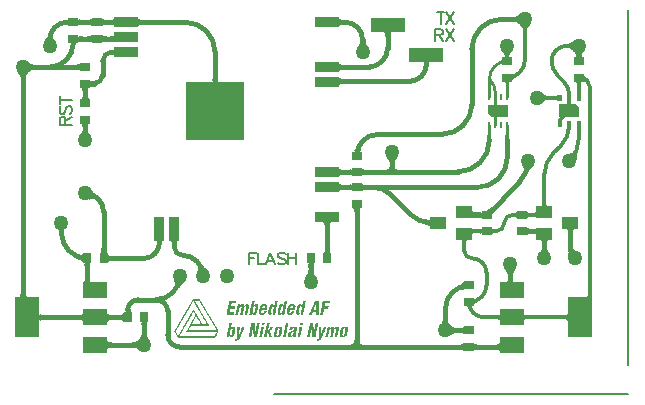
<source format=gtl>
G04 Layer_Physical_Order=1*
G04 Layer_Color=255*
%FSLAX44Y44*%
%MOMM*%
G71*
G01*
G75*
%ADD10C,0.3000*%
%ADD11C,0.2500*%
%ADD12C,0.4000*%
%ADD13R,2.9600X1.2700*%
%ADD14R,0.9000X0.7000*%
%ADD15R,2.0500X1.4000*%
%ADD16R,2.0500X3.5000*%
%ADD17R,0.7000X0.9000*%
%ADD18R,2.0000X0.9000*%
%ADD19R,0.9000X2.0000*%
%ADD20R,5.0000X5.0000*%
%ADD21R,1.4000X1.0000*%
%ADD22R,0.2500X0.5500*%
%ADD23R,0.4000X0.5500*%
%ADD24C,0.2000*%
%ADD25C,1.2700*%
G36*
X14520Y60704D02*
X14580Y60019D01*
X14680Y59414D01*
X14820Y58890D01*
X15000Y58447D01*
X15220Y58084D01*
X15480Y57802D01*
X15780Y57600D01*
X16120Y57479D01*
X16500Y57439D01*
X8500D01*
X8880Y57479D01*
X9220Y57600D01*
X9520Y57802D01*
X9780Y58084D01*
X10000Y58447D01*
X10180Y58890D01*
X10320Y59414D01*
X10420Y60019D01*
X10480Y60704D01*
X10500Y61469D01*
X14500D01*
X14520Y60704D01*
D02*
G37*
G36*
X493969Y57470D02*
X489500Y57439D01*
X489785Y57471D01*
X490040Y57564D01*
X490265Y57716D01*
X490460Y57929D01*
X490625Y58202D01*
X490760Y58535D01*
X490865Y58928D01*
X490940Y59382D01*
X490985Y59896D01*
X491000Y60469D01*
X494000D01*
X493969Y57470D01*
D02*
G37*
G36*
X251849Y53728D02*
Y53475D01*
Y53222D01*
Y52969D01*
X251596D01*
Y52716D01*
Y52462D01*
Y52209D01*
Y51956D01*
X251343D01*
Y51703D01*
Y51450D01*
Y51197D01*
Y50944D01*
Y50691D01*
X251090D01*
Y50437D01*
Y50184D01*
Y49931D01*
Y49678D01*
X250837D01*
Y49425D01*
Y49172D01*
Y48919D01*
Y48666D01*
Y48412D01*
Y48159D01*
X250583D01*
Y47906D01*
Y47653D01*
Y47400D01*
Y47147D01*
X250330D01*
Y46894D01*
Y46641D01*
Y46388D01*
Y46134D01*
Y45881D01*
X250077D01*
Y45628D01*
Y45375D01*
Y45122D01*
Y44869D01*
X249824D01*
Y44616D01*
Y44363D01*
Y44109D01*
Y43856D01*
Y43603D01*
X249571D01*
Y43350D01*
Y43097D01*
Y42844D01*
Y42591D01*
Y42338D01*
X247546D01*
Y42591D01*
Y42844D01*
Y43097D01*
X247799D01*
Y43350D01*
X247293D01*
Y43097D01*
X247040D01*
Y42844D01*
X246787D01*
Y42591D01*
X246280D01*
Y42338D01*
X245774D01*
Y42084D01*
X244762D01*
Y42338D01*
X244255D01*
Y42591D01*
X244002D01*
Y42844D01*
X243749D01*
Y43097D01*
Y43350D01*
Y43603D01*
Y43856D01*
Y44109D01*
Y44363D01*
Y44616D01*
Y44869D01*
Y45122D01*
X244002D01*
Y45375D01*
Y45628D01*
Y45881D01*
Y46134D01*
X244255D01*
Y46388D01*
Y46641D01*
Y46894D01*
Y47147D01*
Y47400D01*
X244508D01*
Y47653D01*
Y47906D01*
Y48159D01*
Y48412D01*
Y48666D01*
X244762D01*
Y48919D01*
Y49172D01*
Y49425D01*
X245015D01*
Y49678D01*
Y49931D01*
X245268D01*
Y50184D01*
X245521D01*
Y50437D01*
X245774D01*
Y50691D01*
X246027D01*
Y50944D01*
X246787D01*
Y51197D01*
X247546D01*
Y50944D01*
X248052D01*
Y50691D01*
X248305D01*
Y50437D01*
X248558D01*
Y50184D01*
X249065D01*
Y50437D01*
Y50691D01*
Y50944D01*
Y51197D01*
X249318D01*
Y51450D01*
Y51703D01*
Y51956D01*
Y52209D01*
Y52462D01*
Y52716D01*
X249571D01*
Y52969D01*
Y53222D01*
Y53475D01*
Y53728D01*
Y53981D01*
X251849D01*
Y53728D01*
D02*
G37*
G36*
X394497Y56252D02*
X394579Y56080D01*
X394715Y55954D01*
X394906Y55874D01*
X395151Y55840D01*
X395451Y55851D01*
X395805Y55909D01*
X396214Y56012D01*
X396678Y56162D01*
X397196Y56357D01*
X397289Y53012D01*
X396749Y52780D01*
X396266Y52540D01*
X395839Y52292D01*
X395469Y52036D01*
X395155Y51772D01*
X394899Y51500D01*
X394699Y51219D01*
X394556Y50930D01*
X394469Y50633D01*
X394439Y50328D01*
X394469Y56469D01*
X394497Y56252D01*
D02*
G37*
G36*
X68770Y73205D02*
X68830Y72521D01*
X68930Y71918D01*
X69070Y71394D01*
X69250Y70951D01*
X69470Y70588D01*
X69730Y70305D01*
X70030Y70103D01*
X70370Y69981D01*
X70750Y69939D01*
X63531Y69970D01*
X63762Y70009D01*
X63969Y70129D01*
X64152Y70329D01*
X64311Y70609D01*
X64445Y70970D01*
X64555Y71410D01*
X64640Y71929D01*
X64701Y72530D01*
X64750Y73969D01*
X68750D01*
X68770Y73205D01*
D02*
G37*
G36*
X427020Y73204D02*
X427080Y72519D01*
X427180Y71914D01*
X427320Y71390D01*
X427500Y70947D01*
X427720Y70584D01*
X427980Y70302D01*
X428280Y70100D01*
X428620Y69979D01*
X429000Y69939D01*
X421000D01*
X421380Y69979D01*
X421720Y70100D01*
X422020Y70302D01*
X422280Y70584D01*
X422500Y70947D01*
X422680Y71390D01*
X422820Y71914D01*
X422920Y72519D01*
X422980Y73204D01*
X423000Y73969D01*
X427000D01*
X427020Y73204D01*
D02*
G37*
G36*
X385531Y63531D02*
X385092Y63525D01*
X383484Y63404D01*
X383118Y63348D01*
X382106Y63119D01*
X381797Y63022D01*
X381709Y67378D01*
X382435Y67641D01*
X383658Y68198D01*
X384155Y68491D01*
X384575Y68795D01*
X384919Y69110D01*
X385187Y69434D01*
X385378Y69769D01*
X385492Y70114D01*
X385531Y70469D01*
Y63531D01*
D02*
G37*
G36*
X148669Y69817D02*
X148163Y69441D01*
X147225Y68633D01*
X146792Y68200D01*
X145998Y67277D01*
X145637Y66788D01*
X144987Y65751D01*
X144698Y65204D01*
X140525Y65890D01*
X140782Y66393D01*
X140968Y66903D01*
X141083Y67419D01*
X141126Y67943D01*
X141099Y68473D01*
X141000Y69010D01*
X140830Y69554D01*
X140588Y70106D01*
X140275Y70663D01*
X139892Y71228D01*
X148669Y69817D01*
D02*
G37*
G36*
X236155Y53728D02*
Y53475D01*
Y53222D01*
X235902D01*
Y52969D01*
Y52716D01*
Y52462D01*
Y52209D01*
X235649D01*
Y51956D01*
Y51703D01*
Y51450D01*
Y51197D01*
X235396D01*
Y50944D01*
Y50691D01*
Y50437D01*
Y50184D01*
Y49931D01*
X235143D01*
Y49678D01*
Y49425D01*
Y49172D01*
Y48919D01*
X234890D01*
Y48666D01*
Y48412D01*
Y48159D01*
Y47906D01*
Y47653D01*
Y47400D01*
X234637D01*
Y47147D01*
Y46894D01*
Y46641D01*
Y46388D01*
X234384D01*
Y46134D01*
Y45881D01*
Y45628D01*
Y45375D01*
Y45122D01*
X234130D01*
Y44869D01*
Y44616D01*
Y44363D01*
Y44109D01*
X233877D01*
Y43856D01*
Y43603D01*
Y43350D01*
Y43097D01*
Y42844D01*
Y42591D01*
X233624D01*
Y42338D01*
X231599D01*
Y42591D01*
X231852D01*
Y42844D01*
Y43097D01*
Y43350D01*
X231346D01*
Y43097D01*
X231093D01*
Y42844D01*
X230840D01*
Y42591D01*
X230587D01*
Y42338D01*
X230081D01*
Y42084D01*
X228815D01*
Y42338D01*
X228562D01*
Y42591D01*
X228309D01*
Y42844D01*
X228055D01*
Y43097D01*
Y43350D01*
Y43603D01*
X227802D01*
Y43856D01*
Y44109D01*
X228055D01*
Y44363D01*
Y44616D01*
Y44869D01*
Y45122D01*
Y45375D01*
Y45628D01*
X228309D01*
Y45881D01*
Y46134D01*
Y46388D01*
Y46641D01*
X228562D01*
Y46894D01*
Y47147D01*
Y47400D01*
Y47653D01*
X228815D01*
Y47906D01*
Y48159D01*
Y48412D01*
Y48666D01*
Y48919D01*
X229068D01*
Y49172D01*
Y49425D01*
Y49678D01*
X229321D01*
Y49931D01*
X229574D01*
Y50184D01*
X229827D01*
Y50437D01*
X230081D01*
Y50691D01*
X230334D01*
Y50944D01*
X230840D01*
Y51197D01*
X231852D01*
Y50944D01*
X232359D01*
Y50691D01*
X232612D01*
Y50437D01*
Y50184D01*
X233118D01*
Y50437D01*
X233371D01*
Y50691D01*
Y50944D01*
Y51197D01*
Y51450D01*
Y51703D01*
X233624D01*
Y51956D01*
Y52209D01*
Y52462D01*
Y52716D01*
Y52969D01*
X233877D01*
Y53222D01*
Y53475D01*
Y53728D01*
Y53981D01*
X236155D01*
Y53728D01*
D02*
G37*
G36*
X193125D02*
Y53475D01*
Y53222D01*
X192872D01*
Y52969D01*
Y52716D01*
Y52462D01*
Y52209D01*
Y51956D01*
X189328D01*
Y51703D01*
X189075D01*
Y51450D01*
Y51197D01*
Y50944D01*
X188822D01*
Y50691D01*
Y50437D01*
Y50184D01*
Y49931D01*
X188568D01*
Y49678D01*
Y49425D01*
Y49172D01*
X188822D01*
Y49425D01*
X192112D01*
Y49172D01*
Y48919D01*
X191859D01*
Y48666D01*
Y48412D01*
Y48159D01*
Y47906D01*
X191606D01*
Y47653D01*
Y47400D01*
Y47147D01*
X188062D01*
Y46894D01*
Y46641D01*
Y46388D01*
Y46134D01*
X187809D01*
Y45881D01*
Y45628D01*
Y45375D01*
Y45122D01*
Y44869D01*
X187556D01*
Y44616D01*
Y44363D01*
X191353D01*
Y44109D01*
Y43856D01*
X191100D01*
Y43603D01*
Y43350D01*
Y43097D01*
Y42844D01*
X190847D01*
Y42591D01*
Y42338D01*
X184772D01*
Y42591D01*
Y42844D01*
Y43097D01*
Y43350D01*
X185025D01*
Y43603D01*
Y43856D01*
Y44109D01*
Y44363D01*
X185278D01*
Y44616D01*
Y44869D01*
Y45122D01*
Y45375D01*
Y45628D01*
Y45881D01*
X185531D01*
Y46134D01*
Y46388D01*
Y46641D01*
Y46894D01*
X185784D01*
Y47147D01*
Y47400D01*
Y47653D01*
Y47906D01*
Y48159D01*
X186037D01*
Y48412D01*
Y48666D01*
Y48919D01*
Y49172D01*
X186290D01*
Y49425D01*
Y49678D01*
Y49931D01*
Y50184D01*
Y50437D01*
X186544D01*
Y50691D01*
Y50944D01*
Y51197D01*
Y51450D01*
Y51703D01*
X186797D01*
Y51956D01*
Y52209D01*
Y52462D01*
Y52716D01*
Y52969D01*
X187050D01*
Y53222D01*
Y53475D01*
Y53728D01*
Y53981D01*
X193125D01*
Y53728D01*
D02*
G37*
G36*
X262733D02*
Y53475D01*
Y53222D01*
Y52969D01*
Y52716D01*
Y52462D01*
Y52209D01*
Y51956D01*
Y51703D01*
Y51450D01*
Y51197D01*
Y50944D01*
Y50691D01*
Y50437D01*
Y50184D01*
Y49931D01*
Y49678D01*
Y49425D01*
Y49172D01*
Y48919D01*
Y48666D01*
Y48412D01*
Y48159D01*
Y47906D01*
Y47653D01*
Y47400D01*
Y47147D01*
Y46894D01*
Y46641D01*
Y46388D01*
Y46134D01*
Y45881D01*
Y45628D01*
Y45375D01*
Y45122D01*
Y44869D01*
Y44616D01*
Y44363D01*
Y44109D01*
Y43856D01*
Y43603D01*
Y43350D01*
Y43097D01*
Y42844D01*
Y42591D01*
Y42338D01*
X260202D01*
Y42591D01*
Y42844D01*
Y43097D01*
Y43350D01*
Y43603D01*
Y43856D01*
Y44109D01*
Y44363D01*
Y44616D01*
X257924D01*
Y44363D01*
X257671D01*
Y44109D01*
Y43856D01*
X257418D01*
Y43603D01*
Y43350D01*
Y43097D01*
X257165D01*
Y42844D01*
Y42591D01*
Y42338D01*
X254633D01*
Y42591D01*
X254886D01*
Y42844D01*
Y43097D01*
Y43350D01*
X255140D01*
Y43603D01*
Y43856D01*
X255393D01*
Y44109D01*
Y44363D01*
X255646D01*
Y44616D01*
Y44869D01*
X255899D01*
Y45122D01*
Y45375D01*
Y45628D01*
X256152D01*
Y45881D01*
Y46134D01*
X256405D01*
Y46388D01*
Y46641D01*
Y46894D01*
X256658D01*
Y47147D01*
Y47400D01*
X256911D01*
Y47653D01*
Y47906D01*
X257165D01*
Y48159D01*
Y48412D01*
X257418D01*
Y48666D01*
Y48919D01*
Y49172D01*
X257671D01*
Y49425D01*
Y49678D01*
X257924D01*
Y49931D01*
Y50184D01*
Y50437D01*
X258177D01*
Y50691D01*
X258430D01*
Y50944D01*
Y51197D01*
Y51450D01*
X258683D01*
Y51703D01*
Y51956D01*
Y52209D01*
X258936D01*
Y52462D01*
Y52716D01*
X259190D01*
Y52969D01*
Y53222D01*
X259443D01*
Y53475D01*
Y53728D01*
Y53981D01*
X262733D01*
Y53728D01*
D02*
G37*
G36*
X217677Y50944D02*
X218437D01*
Y50691D01*
X218943D01*
Y50437D01*
X219196D01*
Y50184D01*
X219449D01*
Y49931D01*
Y49678D01*
Y49425D01*
Y49172D01*
Y48919D01*
Y48666D01*
Y48412D01*
Y48159D01*
X219196D01*
Y47906D01*
Y47653D01*
Y47400D01*
Y47147D01*
Y46894D01*
X218943D01*
Y46641D01*
Y46388D01*
X214640D01*
Y46134D01*
Y45881D01*
Y45628D01*
Y45375D01*
X214387D01*
Y45122D01*
Y44869D01*
Y44616D01*
Y44363D01*
Y44109D01*
Y43856D01*
X214640D01*
Y43603D01*
X215653D01*
Y43856D01*
X215906D01*
Y44109D01*
X216159D01*
Y44363D01*
Y44616D01*
X216412D01*
Y44869D01*
Y45122D01*
X218690D01*
Y44869D01*
X218437D01*
Y44616D01*
Y44363D01*
Y44109D01*
X218184D01*
Y43856D01*
Y43603D01*
X217931D01*
Y43350D01*
X217677D01*
Y43097D01*
X217424D01*
Y42844D01*
X217171D01*
Y42591D01*
X216665D01*
Y42338D01*
X215906D01*
Y42084D01*
X213881D01*
Y42338D01*
X213121D01*
Y42591D01*
X212615D01*
Y42844D01*
X212362D01*
Y43097D01*
Y43350D01*
X212109D01*
Y43603D01*
Y43856D01*
Y44109D01*
Y44363D01*
Y44616D01*
Y44869D01*
X212362D01*
Y45122D01*
Y45375D01*
Y45628D01*
Y45881D01*
Y46134D01*
X212615D01*
Y46388D01*
Y46641D01*
Y46894D01*
Y47147D01*
X212868D01*
Y47400D01*
Y47653D01*
Y47906D01*
Y48159D01*
Y48412D01*
X213121D01*
Y48666D01*
Y48919D01*
Y49172D01*
X213375D01*
Y49425D01*
Y49678D01*
X213628D01*
Y49931D01*
X213881D01*
Y50184D01*
X214134D01*
Y50437D01*
X214387D01*
Y50691D01*
X214893D01*
Y50944D01*
X216159D01*
Y51197D01*
X217677D01*
Y50944D01*
D02*
G37*
G36*
X241218D02*
X242230D01*
Y50691D01*
X242737D01*
Y50437D01*
X242990D01*
Y50184D01*
Y49931D01*
X243243D01*
Y49678D01*
Y49425D01*
Y49172D01*
Y48919D01*
Y48666D01*
X242990D01*
Y48412D01*
Y48159D01*
Y47906D01*
Y47653D01*
X242737D01*
Y47400D01*
Y47147D01*
Y46894D01*
Y46641D01*
Y46388D01*
X238433D01*
Y46134D01*
X238180D01*
Y45881D01*
Y45628D01*
Y45375D01*
Y45122D01*
Y44869D01*
X237927D01*
Y44616D01*
Y44363D01*
Y44109D01*
Y43856D01*
X238433D01*
Y43603D01*
X239193D01*
Y43856D01*
X239699D01*
Y44109D01*
Y44363D01*
X239952D01*
Y44616D01*
Y44869D01*
Y45122D01*
X242230D01*
Y44869D01*
Y44616D01*
X241977D01*
Y44363D01*
Y44109D01*
Y43856D01*
X241724D01*
Y43603D01*
X241471D01*
Y43350D01*
Y43097D01*
X241218D01*
Y42844D01*
X240712D01*
Y42591D01*
X240205D01*
Y42338D01*
X239446D01*
Y42084D01*
X237421D01*
Y42338D01*
X236662D01*
Y42591D01*
X236409D01*
Y42844D01*
X236155D01*
Y43097D01*
X235902D01*
Y43350D01*
Y43603D01*
Y43856D01*
X235649D01*
Y44109D01*
X235902D01*
Y44363D01*
Y44616D01*
Y44869D01*
Y45122D01*
Y45375D01*
Y45628D01*
X236155D01*
Y45881D01*
Y46134D01*
Y46388D01*
Y46641D01*
Y46894D01*
X236409D01*
Y47147D01*
Y47400D01*
Y47653D01*
Y47906D01*
X236662D01*
Y48159D01*
Y48412D01*
Y48666D01*
Y48919D01*
X236915D01*
Y49172D01*
Y49425D01*
X237168D01*
Y49678D01*
Y49931D01*
X237421D01*
Y50184D01*
X237674D01*
Y50437D01*
X238180D01*
Y50691D01*
X238687D01*
Y50944D01*
X239699D01*
Y51197D01*
X241218D01*
Y50944D01*
D02*
G37*
G36*
X202743D02*
X203250D01*
Y50691D01*
X203756D01*
Y50437D01*
Y50184D01*
Y49931D01*
Y49678D01*
Y49425D01*
Y49172D01*
Y48919D01*
Y48666D01*
Y48412D01*
X203503D01*
Y48159D01*
Y47906D01*
Y47653D01*
Y47400D01*
X203250D01*
Y47147D01*
Y46894D01*
Y46641D01*
Y46388D01*
Y46134D01*
X202996D01*
Y45881D01*
Y45628D01*
Y45375D01*
Y45122D01*
X202743D01*
Y44869D01*
Y44616D01*
Y44363D01*
Y44109D01*
X202490D01*
Y43856D01*
Y43603D01*
Y43350D01*
Y43097D01*
Y42844D01*
Y42591D01*
Y42338D01*
X200212D01*
Y42591D01*
Y42844D01*
Y43097D01*
Y43350D01*
X200465D01*
Y43603D01*
Y43856D01*
Y44109D01*
Y44363D01*
X200718D01*
Y44616D01*
Y44869D01*
Y45122D01*
Y45375D01*
Y45628D01*
X200972D01*
Y45881D01*
Y46134D01*
Y46388D01*
Y46641D01*
Y46894D01*
X201225D01*
Y47147D01*
Y47400D01*
Y47653D01*
Y47906D01*
Y48159D01*
X201478D01*
Y48412D01*
Y48666D01*
Y48919D01*
Y49172D01*
X201225D01*
Y49425D01*
X200465D01*
Y49172D01*
X199959D01*
Y48919D01*
Y48666D01*
X199706D01*
Y48412D01*
Y48159D01*
Y47906D01*
Y47653D01*
X199453D01*
Y47400D01*
Y47147D01*
Y46894D01*
Y46641D01*
X199200D01*
Y46388D01*
Y46134D01*
Y45881D01*
Y45628D01*
Y45375D01*
X198946D01*
Y45122D01*
Y44869D01*
Y44616D01*
Y44363D01*
Y44109D01*
Y43856D01*
X198693D01*
Y43603D01*
Y43350D01*
Y43097D01*
Y42844D01*
X198440D01*
Y42591D01*
Y42338D01*
X196162D01*
Y42591D01*
X196415D01*
Y42844D01*
Y43097D01*
Y43350D01*
Y43603D01*
X196668D01*
Y43856D01*
Y44109D01*
Y44363D01*
Y44616D01*
X196922D01*
Y44869D01*
Y45122D01*
Y45375D01*
Y45628D01*
Y45881D01*
X197175D01*
Y46134D01*
Y46388D01*
Y46641D01*
Y46894D01*
X197428D01*
Y47147D01*
Y47400D01*
Y47653D01*
Y47906D01*
Y48159D01*
X197681D01*
Y48412D01*
Y48666D01*
Y48919D01*
Y49172D01*
X197428D01*
Y49425D01*
X196668D01*
Y49172D01*
X196162D01*
Y48919D01*
X195909D01*
Y48666D01*
Y48412D01*
Y48159D01*
Y47906D01*
X195656D01*
Y47653D01*
Y47400D01*
Y47147D01*
Y46894D01*
X195403D01*
Y46641D01*
Y46388D01*
Y46134D01*
Y45881D01*
Y45628D01*
Y45375D01*
X195150D01*
Y45122D01*
Y44869D01*
Y44616D01*
Y44363D01*
X194897D01*
Y44109D01*
Y43856D01*
Y43603D01*
Y43350D01*
Y43097D01*
X194643D01*
Y42844D01*
Y42591D01*
Y42338D01*
X192365D01*
Y42591D01*
X192618D01*
Y42844D01*
Y43097D01*
Y43350D01*
Y43603D01*
Y43856D01*
X192872D01*
Y44109D01*
Y44363D01*
Y44616D01*
Y44869D01*
X193125D01*
Y45122D01*
Y45375D01*
Y45628D01*
Y45881D01*
Y46134D01*
X193378D01*
Y46388D01*
Y46641D01*
Y46894D01*
Y47147D01*
X193631D01*
Y47400D01*
Y47653D01*
Y47906D01*
Y48159D01*
Y48412D01*
X193884D01*
Y48666D01*
Y48919D01*
Y49172D01*
Y49425D01*
Y49678D01*
X194137D01*
Y49931D01*
Y50184D01*
Y50437D01*
Y50691D01*
Y50944D01*
X196415D01*
Y50691D01*
X196162D01*
Y50437D01*
Y50184D01*
X195909D01*
Y49931D01*
X196415D01*
Y50184D01*
X196668D01*
Y50437D01*
X196922D01*
Y50691D01*
X197428D01*
Y50944D01*
X198187D01*
Y51197D01*
X198946D01*
Y50944D01*
X199453D01*
Y50691D01*
X199706D01*
Y50437D01*
Y50184D01*
Y49931D01*
X200212D01*
Y50184D01*
X200465D01*
Y50437D01*
X200718D01*
Y50691D01*
X200972D01*
Y50944D01*
X201731D01*
Y51197D01*
X202743D01*
Y50944D01*
D02*
G37*
G36*
X228309Y53728D02*
X228055D01*
Y53475D01*
Y53222D01*
Y52969D01*
Y52716D01*
X227802D01*
Y52462D01*
Y52209D01*
Y51956D01*
Y51703D01*
Y51450D01*
Y51197D01*
X227549D01*
Y50944D01*
Y50691D01*
Y50437D01*
Y50184D01*
Y49931D01*
X227296D01*
Y49678D01*
Y49425D01*
Y49172D01*
Y48919D01*
X227043D01*
Y48666D01*
Y48412D01*
Y48159D01*
Y47906D01*
X226790D01*
Y47653D01*
Y47400D01*
Y47147D01*
Y46894D01*
Y46641D01*
X226537D01*
Y46388D01*
Y46134D01*
Y45881D01*
Y45628D01*
Y45375D01*
Y45122D01*
X226284D01*
Y44869D01*
Y44616D01*
Y44363D01*
Y44109D01*
X226031D01*
Y43856D01*
Y43603D01*
Y43350D01*
Y43097D01*
X225777D01*
Y42844D01*
Y42591D01*
Y42338D01*
X223752D01*
Y42591D01*
X224006D01*
Y42844D01*
Y43097D01*
Y43350D01*
X223499D01*
Y43097D01*
X223246D01*
Y42844D01*
X222993D01*
Y42591D01*
X222740D01*
Y42338D01*
X221981D01*
Y42084D01*
X220968D01*
Y42338D01*
X220462D01*
Y42591D01*
X220209D01*
Y42844D01*
Y43097D01*
Y43350D01*
Y43603D01*
X219956D01*
Y43856D01*
Y44109D01*
X220209D01*
Y44363D01*
Y44616D01*
Y44869D01*
Y45122D01*
Y45375D01*
Y45628D01*
Y45881D01*
X220462D01*
Y46134D01*
Y46388D01*
Y46641D01*
Y46894D01*
X220715D01*
Y47147D01*
Y47400D01*
Y47653D01*
Y47906D01*
Y48159D01*
X220968D01*
Y48412D01*
Y48666D01*
Y48919D01*
X221221D01*
Y49172D01*
Y49425D01*
Y49678D01*
X221474D01*
Y49931D01*
Y50184D01*
X221728D01*
Y50437D01*
X221981D01*
Y50691D01*
X222487D01*
Y50944D01*
X222993D01*
Y51197D01*
X223752D01*
Y50944D01*
X224512D01*
Y50691D01*
X224765D01*
Y50437D01*
Y50184D01*
X225271D01*
Y50437D01*
Y50691D01*
X225524D01*
Y50944D01*
Y51197D01*
Y51450D01*
Y51703D01*
Y51956D01*
X225777D01*
Y52209D01*
Y52462D01*
Y52716D01*
Y52969D01*
X226031D01*
Y53222D01*
Y53475D01*
Y53728D01*
Y53981D01*
X228309D01*
Y53728D01*
D02*
G37*
G36*
X272605D02*
Y53475D01*
X272352D01*
Y53222D01*
Y52969D01*
Y52716D01*
Y52462D01*
Y52209D01*
Y51956D01*
X268302D01*
Y51703D01*
Y51450D01*
Y51197D01*
Y50944D01*
Y50691D01*
X268049D01*
Y50437D01*
Y50184D01*
Y49931D01*
Y49678D01*
Y49425D01*
X271339D01*
Y49172D01*
Y48919D01*
X271086D01*
Y48666D01*
Y48412D01*
Y48159D01*
Y47906D01*
Y47653D01*
Y47400D01*
X267543D01*
Y47147D01*
Y46894D01*
X267290D01*
Y46641D01*
Y46388D01*
Y46134D01*
Y45881D01*
X267036D01*
Y45628D01*
Y45375D01*
Y45122D01*
Y44869D01*
X266783D01*
Y44616D01*
Y44363D01*
Y44109D01*
Y43856D01*
Y43603D01*
X266530D01*
Y43350D01*
Y43097D01*
Y42844D01*
Y42591D01*
Y42338D01*
X263999D01*
Y42591D01*
Y42844D01*
Y43097D01*
X264252D01*
Y43350D01*
Y43603D01*
Y43856D01*
Y44109D01*
X264505D01*
Y44363D01*
Y44616D01*
Y44869D01*
Y45122D01*
Y45375D01*
X264758D01*
Y45628D01*
Y45881D01*
Y46134D01*
Y46388D01*
X265011D01*
Y46641D01*
Y46894D01*
Y47147D01*
Y47400D01*
Y47653D01*
Y47906D01*
X265264D01*
Y48159D01*
Y48412D01*
Y48666D01*
Y48919D01*
X265518D01*
Y49172D01*
Y49425D01*
Y49678D01*
Y49931D01*
Y50184D01*
X265771D01*
Y50437D01*
Y50691D01*
Y50944D01*
Y51197D01*
X266024D01*
Y51450D01*
Y51703D01*
Y51956D01*
Y52209D01*
Y52462D01*
Y52716D01*
X266277D01*
Y52969D01*
Y53222D01*
Y53475D01*
Y53728D01*
Y53981D01*
X272605D01*
Y53728D01*
D02*
G37*
G36*
X393428Y49503D02*
X393206Y49422D01*
X393036Y49286D01*
X392918Y49097D01*
X392852Y48853D01*
X392838Y48555D01*
X392876Y48202D01*
X392966Y47796D01*
X393108Y47335D01*
X393302Y46820D01*
X389934Y46712D01*
X389701Y47248D01*
X389460Y47727D01*
X389211Y48150D01*
X388954Y48516D01*
X388689Y48826D01*
X388416Y49080D01*
X388134Y49277D01*
X387845Y49418D01*
X387547Y49502D01*
X387241Y49531D01*
X393702D01*
X393428Y49503D01*
D02*
G37*
G36*
X258025Y79261D02*
X258098Y78695D01*
X258220Y78139D01*
X258391Y77594D01*
X258611Y77059D01*
X258880Y76533D01*
X259198Y76019D01*
X259565Y75514D01*
X259981Y75019D01*
X260445Y74535D01*
X251555D01*
X252020Y75019D01*
X252435Y75514D01*
X252802Y76019D01*
X253120Y76533D01*
X253389Y77059D01*
X253609Y77594D01*
X253780Y78139D01*
X253902Y78695D01*
X253976Y79261D01*
X254000Y79837D01*
X258000D01*
X258025Y79261D01*
D02*
G37*
G36*
X457620Y105521D02*
X457280Y105400D01*
X456980Y105198D01*
X456720Y104916D01*
X456500Y104553D01*
X456320Y104110D01*
X456180Y103586D01*
X456080Y102982D01*
X456020Y102296D01*
X456000Y101531D01*
X452000D01*
X451980Y102296D01*
X451920Y102982D01*
X451820Y103586D01*
X451680Y104110D01*
X451500Y104553D01*
X451280Y104916D01*
X451020Y105198D01*
X450720Y105400D01*
X450380Y105521D01*
X450000Y105561D01*
X458000D01*
X457620Y105521D01*
D02*
G37*
G36*
X388715Y105531D02*
X388460Y105440D01*
X388235Y105288D01*
X388040Y105076D01*
X387875Y104803D01*
X387740Y104470D01*
X387635Y104076D01*
X387560Y103622D01*
X387515Y103106D01*
X387500Y102530D01*
X384500D01*
X384485Y103106D01*
X384440Y103622D01*
X384365Y104076D01*
X384260Y104470D01*
X384125Y104803D01*
X383960Y105076D01*
X383765Y105288D01*
X383540Y105440D01*
X383285Y105531D01*
X383000Y105561D01*
X389000D01*
X388715Y105531D01*
D02*
G37*
G36*
X456024Y99261D02*
X456098Y98695D01*
X456220Y98139D01*
X456391Y97594D01*
X456611Y97059D01*
X456880Y96533D01*
X457198Y96019D01*
X457565Y95514D01*
X457980Y95019D01*
X458445Y94535D01*
X449555D01*
X450019Y95019D01*
X450435Y95514D01*
X450802Y96019D01*
X451120Y96533D01*
X451389Y97059D01*
X451609Y97594D01*
X451780Y98139D01*
X451902Y98695D01*
X451976Y99261D01*
X452000Y99837D01*
X456000D01*
X456024Y99261D01*
D02*
G37*
G36*
X144170Y104890D02*
X143830Y104770D01*
X143530Y104571D01*
X143270Y104291D01*
X143050Y103931D01*
X142870Y103490D01*
X142730Y102971D01*
X142630Y102371D01*
X142570Y101691D01*
X142550Y100931D01*
X138550D01*
X138530Y101691D01*
X138470Y102371D01*
X138370Y102971D01*
X138230Y103490D01*
X138050Y103931D01*
X137830Y104291D01*
X137570Y104571D01*
X137270Y104770D01*
X136930Y104890D01*
X136550Y104930D01*
X144550D01*
X144170Y104890D01*
D02*
G37*
G36*
X392999Y115285D02*
X393089Y115120D01*
X393240Y114975D01*
X393450Y114849D01*
X393719Y114742D01*
X394049Y114655D01*
X394440Y114587D01*
X394889Y114539D01*
X395970Y114500D01*
Y111500D01*
X395395Y111485D01*
X394881Y111440D01*
X394427Y111365D01*
X394034Y111260D01*
X393701Y111125D01*
X393428Y110960D01*
X393215Y110765D01*
X393063Y110540D01*
X392971Y110285D01*
X392939Y110000D01*
X392970Y115470D01*
X392999Y115285D01*
D02*
G37*
G36*
X400561Y110000D02*
X400531Y110285D01*
X400440Y110540D01*
X400288Y110765D01*
X400076Y110960D01*
X399803Y111125D01*
X399470Y111260D01*
X399076Y111365D01*
X398621Y111440D01*
X398106Y111485D01*
X397531Y111500D01*
Y114500D01*
X398106Y114515D01*
X398621Y114560D01*
X399076Y114635D01*
X399470Y114740D01*
X399803Y114875D01*
X400076Y115040D01*
X400288Y115235D01*
X400440Y115460D01*
X400531Y115715D01*
X400561Y116000D01*
Y110000D01*
D02*
G37*
G36*
X129915Y104910D02*
X129902Y104847D01*
X129889Y104743D01*
X129870Y104410D01*
X129850Y102850D01*
X125850D01*
X125770Y104930D01*
X129930D01*
X129915Y104910D01*
D02*
G37*
G36*
X439510Y116190D02*
X439630Y115941D01*
X439829Y115720D01*
X440109Y115529D01*
X440470Y115367D01*
X440910Y115235D01*
X441429Y115132D01*
X442029Y115059D01*
X442710Y115015D01*
X443363Y115002D01*
X443791Y115005D01*
X446390Y115169D01*
X446670Y115230D01*
X446870Y115301D01*
X446991Y115380D01*
X447030Y115470D01*
X447061Y109000D01*
X447019Y109380D01*
X446897Y109720D01*
X446694Y110020D01*
X446412Y110280D01*
X446049Y110500D01*
X445606Y110680D01*
X445082Y110820D01*
X444478Y110920D01*
X443795Y110980D01*
X443217Y110995D01*
X442710Y110985D01*
X441429Y110868D01*
X440910Y110765D01*
X440470Y110633D01*
X440109Y110471D01*
X439829Y110280D01*
X439630Y110059D01*
X439510Y109810D01*
X439469Y109530D01*
Y116469D01*
X439510Y116190D01*
D02*
G37*
G36*
X272015Y97710D02*
X272132Y96430D01*
X272235Y95910D01*
X272367Y95470D01*
X272529Y95110D01*
X272720Y94830D01*
X272941Y94629D01*
X273190Y94509D01*
X273470Y94469D01*
X266530D01*
X266810Y94509D01*
X267059Y94629D01*
X267280Y94830D01*
X267471Y95110D01*
X267633Y95470D01*
X267765Y95910D01*
X267868Y96430D01*
X267941Y97029D01*
X267985Y97710D01*
X268000Y98469D01*
X272000D01*
X272015Y97710D01*
D02*
G37*
G36*
X69940Y85491D02*
X69690Y85371D01*
X69470Y85170D01*
X69279Y84890D01*
X69117Y84530D01*
X68985Y84090D01*
X68882Y83570D01*
X68809Y82971D01*
X68765Y82290D01*
X68750Y81531D01*
X64750D01*
X64735Y82290D01*
X64618Y83570D01*
X64515Y84090D01*
X64383Y84530D01*
X64221Y84890D01*
X64030Y85170D01*
X63809Y85371D01*
X63560Y85491D01*
X63281Y85531D01*
X70219D01*
X69940Y85491D01*
D02*
G37*
G36*
X259190Y85491D02*
X258941Y85371D01*
X258720Y85170D01*
X258529Y84890D01*
X258367Y84530D01*
X258235Y84090D01*
X258132Y83570D01*
X258059Y82971D01*
X258015Y82290D01*
X258000Y81531D01*
X254000D01*
X253985Y82290D01*
X253868Y83570D01*
X253765Y84090D01*
X253633Y84530D01*
X253471Y84890D01*
X253280Y85170D01*
X253060Y85371D01*
X252810Y85491D01*
X252530Y85531D01*
X259470D01*
X259190Y85491D01*
D02*
G37*
G36*
X428980Y79981D02*
X428565Y79486D01*
X428198Y78981D01*
X427880Y78467D01*
X427611Y77941D01*
X427391Y77406D01*
X427220Y76861D01*
X427098Y76305D01*
X427024Y75739D01*
X427000Y75163D01*
X423000D01*
X422976Y75739D01*
X422902Y76305D01*
X422780Y76861D01*
X422609Y77406D01*
X422389Y77941D01*
X422120Y78467D01*
X421802Y78981D01*
X421435Y79486D01*
X421020Y79981D01*
X420555Y80465D01*
X429445D01*
X428980Y79981D01*
D02*
G37*
G36*
X164718Y84204D02*
X165430Y83188D01*
X165816Y82711D01*
X166647Y81815D01*
X167092Y81398D01*
X168043Y80623D01*
X168549Y80266D01*
X159806Y78653D01*
X160177Y79228D01*
X160473Y79792D01*
X160695Y80345D01*
X160843Y80888D01*
X160917Y81421D01*
X160916Y81943D01*
X160841Y82455D01*
X160692Y82956D01*
X160468Y83447D01*
X160171Y83928D01*
X164392Y84742D01*
X164718Y84204D01*
D02*
G37*
G36*
X63281Y86154D02*
X63242Y86546D01*
X63125Y86918D01*
X62930Y87270D01*
X62658Y87602D01*
X62308Y87914D01*
X61880Y88205D01*
X61375Y88477D01*
X60791Y88728D01*
X60130Y88958D01*
X59391Y89169D01*
X59440Y93402D01*
X60170Y93234D01*
X60823Y93126D01*
X61399Y93077D01*
X61898Y93088D01*
X62320Y93158D01*
X62666Y93288D01*
X62935Y93477D01*
X63127Y93726D01*
X63242Y94035D01*
X63281Y94403D01*
Y86154D01*
D02*
G37*
G36*
X82765Y97710D02*
X82882Y96430D01*
X82985Y95910D01*
X83117Y95470D01*
X83279Y95110D01*
X83470Y94830D01*
X83691Y94629D01*
X83940Y94509D01*
X84220Y94469D01*
X77281D01*
X77560Y94509D01*
X77810Y94629D01*
X78030Y94830D01*
X78221Y95110D01*
X78383Y95470D01*
X78515Y95910D01*
X78618Y96430D01*
X78691Y97029D01*
X78735Y97710D01*
X78750Y98469D01*
X82750D01*
X82765Y97710D01*
D02*
G37*
G36*
X84229Y93620D02*
X84350Y93280D01*
X84552Y92980D01*
X84834Y92720D01*
X85197Y92500D01*
X85640Y92320D01*
X86164Y92180D01*
X86769Y92080D01*
X87454Y92020D01*
X88219Y92000D01*
Y88000D01*
X87454Y87980D01*
X86769Y87920D01*
X86164Y87820D01*
X85640Y87680D01*
X85197Y87500D01*
X84834Y87280D01*
X84552Y87020D01*
X84350Y86720D01*
X84229Y86380D01*
X84189Y86000D01*
Y94000D01*
X84229Y93620D01*
D02*
G37*
G36*
X478045Y98954D02*
X478154Y98510D01*
X478329Y98101D01*
X478571Y97726D01*
X478879Y97385D01*
X479254Y97078D01*
X479694Y96805D01*
X480201Y96566D01*
X480775Y96361D01*
X481414Y96191D01*
X473839Y91538D01*
X473981Y92149D01*
X474266Y93919D01*
X474313Y94488D01*
X474338Y95595D01*
X474315Y96133D01*
X474198Y97177D01*
X478002Y99431D01*
X478045Y98954D01*
D02*
G37*
G36*
X216412Y31706D02*
Y31453D01*
Y31200D01*
Y30947D01*
X216159D01*
Y30694D01*
Y30441D01*
Y30188D01*
Y29935D01*
X215906D01*
Y29681D01*
Y29428D01*
Y29175D01*
Y28922D01*
X215653D01*
Y28669D01*
X215906D01*
Y28416D01*
X215653D01*
Y28163D01*
Y27910D01*
Y27657D01*
Y27403D01*
X215399D01*
Y27150D01*
Y26897D01*
Y26644D01*
Y26391D01*
Y26138D01*
X215146D01*
Y25885D01*
Y25631D01*
Y25378D01*
Y25125D01*
X214893D01*
Y24872D01*
Y24619D01*
Y24366D01*
Y24113D01*
X214640D01*
Y23860D01*
Y23607D01*
Y23353D01*
X212362D01*
Y23607D01*
X212615D01*
Y23860D01*
Y24113D01*
Y24366D01*
X212868D01*
Y24619D01*
Y24872D01*
Y25125D01*
Y25378D01*
Y25631D01*
X213121D01*
Y25885D01*
Y26138D01*
Y26391D01*
Y26644D01*
Y26897D01*
X213375D01*
Y27150D01*
Y27403D01*
Y27657D01*
Y27910D01*
Y28163D01*
X213628D01*
Y28416D01*
Y28669D01*
Y28922D01*
Y29175D01*
X213881D01*
Y29428D01*
Y29681D01*
Y29935D01*
Y30188D01*
Y30441D01*
X214134D01*
Y30694D01*
Y30947D01*
Y31200D01*
Y31453D01*
Y31706D01*
Y31960D01*
X216412D01*
Y31706D01*
D02*
G37*
G36*
X221221Y34744D02*
X220968D01*
Y34491D01*
Y34238D01*
Y33984D01*
Y33731D01*
X220715D01*
Y33478D01*
Y33225D01*
Y32972D01*
Y32719D01*
Y32466D01*
Y32213D01*
X220462D01*
Y31960D01*
Y31706D01*
Y31453D01*
Y31200D01*
Y30947D01*
X220209D01*
Y30694D01*
Y30441D01*
Y30188D01*
Y29935D01*
X219956D01*
Y29681D01*
Y29428D01*
Y29175D01*
Y28922D01*
X220209D01*
Y29175D01*
X220462D01*
Y29428D01*
X220715D01*
Y29681D01*
Y29935D01*
X220968D01*
Y30188D01*
X221221D01*
Y30441D01*
X221474D01*
Y30694D01*
X221728D01*
Y30947D01*
X221981D01*
Y31200D01*
Y31453D01*
X222234D01*
Y31706D01*
X222487D01*
Y31960D01*
X224765D01*
Y31706D01*
X224512D01*
Y31453D01*
X224259D01*
Y31200D01*
X224006D01*
Y30947D01*
X223752D01*
Y30694D01*
X223499D01*
Y30441D01*
X223246D01*
Y30188D01*
Y29935D01*
X222993D01*
Y29681D01*
X222740D01*
Y29428D01*
X222487D01*
Y29175D01*
X222234D01*
Y28922D01*
X221981D01*
Y28669D01*
X221728D01*
Y28416D01*
Y28163D01*
X221981D01*
Y27910D01*
Y27657D01*
Y27403D01*
Y27150D01*
X222234D01*
Y26897D01*
Y26644D01*
Y26391D01*
X222487D01*
Y26138D01*
Y25885D01*
Y25631D01*
Y25378D01*
X222740D01*
Y25125D01*
Y24872D01*
Y24619D01*
X222993D01*
Y24366D01*
Y24113D01*
Y23860D01*
Y23607D01*
X223246D01*
Y23353D01*
X220715D01*
Y23607D01*
Y23860D01*
Y24113D01*
Y24366D01*
Y24619D01*
X220462D01*
Y24872D01*
Y25125D01*
Y25378D01*
Y25631D01*
X220209D01*
Y25885D01*
X220462D01*
Y26138D01*
X220209D01*
Y26391D01*
Y26644D01*
Y26897D01*
X219956D01*
Y26644D01*
X219702D01*
Y26391D01*
X219449D01*
Y26138D01*
X219196D01*
Y25885D01*
Y25631D01*
Y25378D01*
Y25125D01*
X218943D01*
Y24872D01*
Y24619D01*
Y24366D01*
Y24113D01*
X218690D01*
Y23860D01*
Y23607D01*
Y23353D01*
X216412D01*
Y23607D01*
X216665D01*
Y23860D01*
Y24113D01*
Y24366D01*
Y24619D01*
X216918D01*
Y24872D01*
Y25125D01*
Y25378D01*
Y25631D01*
Y25885D01*
X217171D01*
Y26138D01*
Y26391D01*
Y26644D01*
Y26897D01*
X217424D01*
Y27150D01*
Y27403D01*
Y27657D01*
Y27910D01*
Y28163D01*
X217677D01*
Y28416D01*
Y28669D01*
Y28922D01*
Y29175D01*
X217931D01*
Y29428D01*
Y29681D01*
Y29935D01*
Y30188D01*
Y30441D01*
Y30694D01*
X218184D01*
Y30947D01*
Y31200D01*
Y31453D01*
Y31706D01*
X218437D01*
Y31960D01*
Y32213D01*
Y32466D01*
Y32719D01*
Y32972D01*
X218690D01*
Y33225D01*
Y33478D01*
Y33731D01*
Y33984D01*
X218943D01*
Y34238D01*
Y34491D01*
Y34744D01*
Y34997D01*
X221221D01*
Y34744D01*
D02*
G37*
G36*
X230587Y31960D02*
X231093D01*
Y31706D01*
X231599D01*
Y31453D01*
X231852D01*
Y31200D01*
Y30947D01*
Y30694D01*
X232106D01*
Y30441D01*
Y30188D01*
Y29935D01*
Y29681D01*
X231852D01*
Y29428D01*
Y29175D01*
Y28922D01*
Y28669D01*
Y28416D01*
X231599D01*
Y28163D01*
Y27910D01*
Y27657D01*
Y27403D01*
X231346D01*
Y27150D01*
Y26897D01*
Y26644D01*
Y26391D01*
Y26138D01*
Y25885D01*
X231093D01*
Y25631D01*
Y25378D01*
X230840D01*
Y25125D01*
Y24872D01*
Y24619D01*
X230587D01*
Y24366D01*
X230334D01*
Y24113D01*
X230081D01*
Y23860D01*
X229827D01*
Y23607D01*
X229321D01*
Y23353D01*
X228055D01*
Y23100D01*
X226790D01*
Y23353D01*
X225777D01*
Y23607D01*
X225271D01*
Y23860D01*
X225018D01*
Y24113D01*
Y24366D01*
Y24619D01*
Y24872D01*
X224765D01*
Y25125D01*
Y25378D01*
X225018D01*
Y25631D01*
Y25885D01*
Y26138D01*
Y26391D01*
Y26644D01*
X225271D01*
Y26897D01*
Y27150D01*
Y27403D01*
Y27657D01*
Y27910D01*
X225524D01*
Y28163D01*
Y28416D01*
Y28669D01*
Y28922D01*
Y29175D01*
X225777D01*
Y29428D01*
Y29681D01*
Y29935D01*
X226031D01*
Y30188D01*
Y30441D01*
Y30694D01*
X226284D01*
Y30947D01*
X226537D01*
Y31200D01*
X226790D01*
Y31453D01*
X227043D01*
Y31706D01*
X227549D01*
Y31960D01*
X228309D01*
Y32213D01*
X230587D01*
Y31960D01*
D02*
G37*
G36*
X286274D02*
X286780D01*
Y31706D01*
X287286D01*
Y31453D01*
X287539D01*
Y31200D01*
Y30947D01*
Y30694D01*
X287792D01*
Y30441D01*
Y30188D01*
Y29935D01*
Y29681D01*
X287539D01*
Y29428D01*
Y29175D01*
Y28922D01*
Y28669D01*
Y28416D01*
X287286D01*
Y28163D01*
Y27910D01*
Y27657D01*
Y27403D01*
X287033D01*
Y27150D01*
Y26897D01*
Y26644D01*
Y26391D01*
X286780D01*
Y26138D01*
Y25885D01*
Y25631D01*
Y25378D01*
X286527D01*
Y25125D01*
Y24872D01*
Y24619D01*
X286274D01*
Y24366D01*
X286021D01*
Y24113D01*
X285767D01*
Y23860D01*
X285514D01*
Y23607D01*
X285008D01*
Y23353D01*
X283742D01*
Y23100D01*
X282477D01*
Y23353D01*
X281464D01*
Y23607D01*
X280958D01*
Y23860D01*
X280705D01*
Y24113D01*
Y24366D01*
X280452D01*
Y24619D01*
Y24872D01*
Y25125D01*
Y25378D01*
Y25631D01*
X280705D01*
Y25885D01*
Y26138D01*
Y26391D01*
Y26644D01*
Y26897D01*
X280958D01*
Y27150D01*
Y27403D01*
Y27657D01*
Y27910D01*
X281211D01*
Y28163D01*
Y28416D01*
Y28669D01*
Y28922D01*
Y29175D01*
X281464D01*
Y29428D01*
Y29681D01*
Y29935D01*
Y30188D01*
X281717D01*
Y30441D01*
Y30694D01*
X281971D01*
Y30947D01*
X282224D01*
Y31200D01*
X282477D01*
Y31453D01*
X282730D01*
Y31706D01*
X283236D01*
Y31960D01*
X283995D01*
Y32213D01*
X286274D01*
Y31960D01*
D02*
G37*
G36*
X248811Y31706D02*
Y31453D01*
Y31200D01*
Y30947D01*
X248558D01*
Y30694D01*
Y30441D01*
Y30188D01*
Y29935D01*
X248305D01*
Y29681D01*
Y29428D01*
Y29175D01*
Y28922D01*
Y28669D01*
Y28416D01*
X248052D01*
Y28163D01*
Y27910D01*
Y27657D01*
Y27403D01*
X247799D01*
Y27150D01*
Y26897D01*
Y26644D01*
Y26391D01*
Y26138D01*
X247546D01*
Y25885D01*
Y25631D01*
Y25378D01*
Y25125D01*
X247293D01*
Y24872D01*
Y24619D01*
Y24366D01*
Y24113D01*
X247040D01*
Y23860D01*
Y23607D01*
Y23353D01*
X245015D01*
Y23607D01*
Y23860D01*
Y24113D01*
Y24366D01*
X245268D01*
Y24619D01*
Y24872D01*
Y25125D01*
Y25378D01*
Y25631D01*
X245521D01*
Y25885D01*
Y26138D01*
Y26391D01*
Y26644D01*
Y26897D01*
X245774D01*
Y27150D01*
Y27403D01*
Y27657D01*
Y27910D01*
Y28163D01*
X246027D01*
Y28416D01*
Y28669D01*
Y28922D01*
Y29175D01*
X246280D01*
Y29428D01*
Y29681D01*
Y29935D01*
Y30188D01*
Y30441D01*
X246533D01*
Y30694D01*
Y30947D01*
Y31200D01*
Y31453D01*
X246787D01*
Y31706D01*
Y31960D01*
X248811D01*
Y31706D01*
D02*
G37*
G36*
X375019Y32980D02*
X375514Y32565D01*
X376019Y32198D01*
X376534Y31880D01*
X377059Y31611D01*
X377594Y31391D01*
X378139Y31220D01*
X378695Y31098D01*
X379261Y31024D01*
X379837Y31000D01*
Y27000D01*
X379261Y26976D01*
X378695Y26902D01*
X378139Y26780D01*
X377594Y26609D01*
X377059Y26389D01*
X376534Y26120D01*
X376019Y25802D01*
X375514Y25435D01*
X375019Y25020D01*
X374535Y24555D01*
Y33445D01*
X375019Y32980D01*
D02*
G37*
G36*
X237168Y34744D02*
Y34491D01*
Y34238D01*
Y33984D01*
X236915D01*
Y33731D01*
Y33478D01*
Y33225D01*
Y32972D01*
X236662D01*
Y32719D01*
Y32466D01*
Y32213D01*
Y31960D01*
X236409D01*
Y31706D01*
Y31453D01*
Y31200D01*
Y30947D01*
Y30694D01*
Y30441D01*
X236155D01*
Y30188D01*
Y29935D01*
Y29681D01*
Y29428D01*
Y29175D01*
X235902D01*
Y28922D01*
Y28669D01*
Y28416D01*
Y28163D01*
X235649D01*
Y27910D01*
Y27657D01*
Y27403D01*
Y27150D01*
X235396D01*
Y26897D01*
Y26644D01*
Y26391D01*
Y26138D01*
Y25885D01*
X235143D01*
Y25631D01*
Y25378D01*
Y25125D01*
Y24872D01*
Y24619D01*
Y24366D01*
X234890D01*
Y24113D01*
Y23860D01*
Y23607D01*
Y23353D01*
X232612D01*
Y23607D01*
Y23860D01*
Y24113D01*
X232865D01*
Y24366D01*
Y24619D01*
Y24872D01*
Y25125D01*
X233118D01*
Y25378D01*
Y25631D01*
Y25885D01*
Y26138D01*
Y26391D01*
X233371D01*
Y26644D01*
Y26897D01*
Y27150D01*
Y27403D01*
X233624D01*
Y27657D01*
Y27910D01*
Y28163D01*
Y28416D01*
Y28669D01*
Y28922D01*
X233877D01*
Y29175D01*
Y29428D01*
Y29681D01*
Y29935D01*
X234130D01*
Y30188D01*
Y30441D01*
Y30694D01*
Y30947D01*
Y31200D01*
X234384D01*
Y31453D01*
Y31706D01*
Y31960D01*
Y32213D01*
X234637D01*
Y32466D01*
Y32719D01*
Y32972D01*
Y33225D01*
X234890D01*
Y33478D01*
X234637D01*
Y33731D01*
X234890D01*
Y33984D01*
Y34238D01*
Y34491D01*
Y34744D01*
Y34997D01*
X237168D01*
Y34744D01*
D02*
G37*
G36*
X242990Y31960D02*
X243749D01*
Y31706D01*
X244002D01*
Y31453D01*
X244255D01*
Y31200D01*
Y30947D01*
X244508D01*
Y30694D01*
Y30441D01*
Y30188D01*
Y29935D01*
X244255D01*
Y29681D01*
Y29428D01*
Y29175D01*
Y28922D01*
Y28669D01*
X244002D01*
Y28416D01*
Y28163D01*
Y27910D01*
Y27657D01*
X243749D01*
Y27403D01*
Y27150D01*
Y26897D01*
Y26644D01*
X243496D01*
Y26391D01*
Y26138D01*
Y25885D01*
Y25631D01*
Y25378D01*
Y25125D01*
X243243D01*
Y24872D01*
Y24619D01*
Y24366D01*
Y24113D01*
Y23860D01*
Y23607D01*
Y23353D01*
X240965D01*
Y23607D01*
Y23860D01*
X241218D01*
Y24113D01*
X240459D01*
Y23860D01*
X240205D01*
Y23607D01*
X239699D01*
Y23353D01*
X238940D01*
Y23100D01*
X238180D01*
Y23353D01*
X237421D01*
Y23607D01*
X237168D01*
Y23860D01*
X236915D01*
Y24113D01*
Y24366D01*
Y24619D01*
Y24872D01*
Y25125D01*
Y25378D01*
Y25631D01*
Y25885D01*
X237168D01*
Y26138D01*
Y26391D01*
Y26644D01*
X237421D01*
Y26897D01*
X237674D01*
Y27150D01*
X237927D01*
Y27403D01*
X238180D01*
Y27657D01*
X238433D01*
Y27910D01*
X239193D01*
Y28163D01*
X239952D01*
Y28416D01*
X240712D01*
Y28669D01*
X241471D01*
Y28922D01*
X241724D01*
Y29175D01*
X241977D01*
Y29428D01*
Y29681D01*
X242230D01*
Y29935D01*
Y30188D01*
Y30441D01*
X241977D01*
Y30694D01*
X241471D01*
Y30947D01*
X241218D01*
Y30694D01*
X240712D01*
Y30441D01*
X240459D01*
Y30188D01*
X240205D01*
Y29935D01*
Y29681D01*
Y29428D01*
X237927D01*
Y29681D01*
Y29935D01*
Y30188D01*
X238180D01*
Y30441D01*
Y30694D01*
X238433D01*
Y30947D01*
X238687D01*
Y31200D01*
X238940D01*
Y31453D01*
X239193D01*
Y31706D01*
X239699D01*
Y31960D01*
X240712D01*
Y32213D01*
X242990D01*
Y31960D01*
D02*
G37*
G36*
X189328Y34744D02*
Y34491D01*
Y34238D01*
X189075D01*
Y33984D01*
Y33731D01*
Y33478D01*
Y33225D01*
X188822D01*
Y32972D01*
Y32719D01*
Y32466D01*
Y32213D01*
Y31960D01*
X188568D01*
Y31706D01*
Y31453D01*
Y31200D01*
X188822D01*
Y31453D01*
X189075D01*
Y31706D01*
X189581D01*
Y31960D01*
X190087D01*
Y32213D01*
X191353D01*
Y31960D01*
X191859D01*
Y31706D01*
X192112D01*
Y31453D01*
Y31200D01*
Y30947D01*
X192365D01*
Y30694D01*
Y30441D01*
Y30188D01*
Y29935D01*
Y29681D01*
X192112D01*
Y29428D01*
Y29175D01*
Y28922D01*
Y28669D01*
Y28416D01*
X191859D01*
Y28163D01*
Y27910D01*
Y27657D01*
Y27403D01*
Y27150D01*
X191606D01*
Y26897D01*
Y26644D01*
Y26391D01*
Y26138D01*
Y25885D01*
X191353D01*
Y25631D01*
Y25378D01*
Y25125D01*
X191100D01*
Y24872D01*
Y24619D01*
X190847D01*
Y24366D01*
Y24113D01*
X190593D01*
Y23860D01*
X190340D01*
Y23607D01*
X189834D01*
Y23353D01*
X189075D01*
Y23100D01*
X188568D01*
Y23353D01*
X187809D01*
Y23607D01*
X187556D01*
Y23860D01*
X187303D01*
Y24113D01*
Y24366D01*
X186797D01*
Y24113D01*
Y23860D01*
Y23607D01*
Y23353D01*
X184772D01*
Y23607D01*
Y23860D01*
Y24113D01*
X185025D01*
Y24366D01*
Y24619D01*
Y24872D01*
Y25125D01*
Y25378D01*
X185278D01*
Y25631D01*
Y25885D01*
Y26138D01*
Y26391D01*
Y26644D01*
X185531D01*
Y26897D01*
Y27150D01*
Y27403D01*
Y27657D01*
Y27910D01*
X185784D01*
Y28163D01*
Y28416D01*
Y28669D01*
Y28922D01*
X186037D01*
Y29175D01*
Y29428D01*
Y29681D01*
Y29935D01*
Y30188D01*
X186290D01*
Y30441D01*
Y30694D01*
Y30947D01*
Y31200D01*
X186544D01*
Y31453D01*
Y31706D01*
Y31960D01*
Y32213D01*
Y32466D01*
Y32719D01*
X186797D01*
Y32972D01*
Y33225D01*
Y33478D01*
Y33731D01*
X187050D01*
Y33984D01*
Y34238D01*
Y34491D01*
Y34744D01*
Y34997D01*
X189328D01*
Y34744D01*
D02*
G37*
G36*
X394510Y18190D02*
X394630Y17940D01*
X394829Y17720D01*
X395109Y17529D01*
X395470Y17367D01*
X395910Y17235D01*
X396429Y17132D01*
X397029Y17059D01*
X397710Y17015D01*
X398470Y17000D01*
Y13000D01*
X397710Y12985D01*
X396429Y12868D01*
X395910Y12765D01*
X395470Y12633D01*
X395109Y12471D01*
X394829Y12280D01*
X394630Y12060D01*
X394510Y11810D01*
X394469Y11530D01*
Y18470D01*
X394510Y18190D01*
D02*
G37*
G36*
X110465Y12555D02*
X109981Y13020D01*
X109486Y13435D01*
X108982Y13802D01*
X108467Y14120D01*
X107941Y14389D01*
X107406Y14609D01*
X106861Y14780D01*
X106305Y14902D01*
X105739Y14976D01*
X105163Y15000D01*
Y19000D01*
X105739Y19024D01*
X106305Y19098D01*
X106861Y19220D01*
X107406Y19391D01*
X107941Y19611D01*
X108467Y19880D01*
X108982Y20198D01*
X109486Y20565D01*
X109981Y20981D01*
X110465Y21445D01*
Y12555D01*
D02*
G37*
G36*
X416061Y11000D02*
X416021Y11380D01*
X415900Y11720D01*
X415698Y12020D01*
X415416Y12280D01*
X415053Y12500D01*
X414610Y12680D01*
X414086Y12820D01*
X413481Y12920D01*
X412796Y12980D01*
X412030Y13000D01*
Y17000D01*
X412796Y17020D01*
X413481Y17080D01*
X414086Y17180D01*
X414610Y17320D01*
X415053Y17500D01*
X415416Y17720D01*
X415698Y17980D01*
X415900Y18280D01*
X416021Y18620D01*
X416061Y19000D01*
Y11000D01*
D02*
G37*
G36*
X385531Y11530D02*
X385490Y11810D01*
X385370Y12060D01*
X385171Y12280D01*
X384891Y12471D01*
X384530Y12633D01*
X384090Y12765D01*
X383571Y12868D01*
X382971Y12941D01*
X382290Y12985D01*
X381530Y13000D01*
Y17000D01*
X382290Y17015D01*
X383571Y17132D01*
X384090Y17235D01*
X384530Y17367D01*
X384891Y17529D01*
X385171Y17720D01*
X385370Y17940D01*
X385490Y18190D01*
X385531Y18470D01*
Y11530D01*
D02*
G37*
G36*
X117024Y26261D02*
X117098Y25695D01*
X117220Y25139D01*
X117391Y24594D01*
X117611Y24059D01*
X117880Y23533D01*
X118198Y23019D01*
X118565Y22514D01*
X118981Y22019D01*
X119445Y21535D01*
X110555D01*
X111020Y22019D01*
X111435Y22514D01*
X111802Y23019D01*
X112120Y23533D01*
X112389Y24059D01*
X112609Y24594D01*
X112780Y25139D01*
X112902Y25695D01*
X112976Y26261D01*
X113000Y26837D01*
X117000D01*
X117024Y26261D01*
D02*
G37*
G36*
X162244Y54994D02*
X162497D01*
Y54741D01*
Y54487D01*
X162750D01*
Y54234D01*
X163003D01*
Y53981D01*
Y53728D01*
X163256D01*
Y53475D01*
Y53222D01*
X163509D01*
Y52969D01*
Y52716D01*
X163762D01*
Y52462D01*
X164016D01*
Y52209D01*
Y51956D01*
X164269D01*
Y51703D01*
X164522D01*
Y51450D01*
Y51197D01*
X164775D01*
Y50944D01*
Y50691D01*
X165028D01*
Y50437D01*
Y50184D01*
X165281D01*
Y49931D01*
X165534D01*
Y49678D01*
Y49425D01*
X165788D01*
Y49172D01*
Y48919D01*
X166041D01*
Y48666D01*
X166294D01*
Y48412D01*
Y48159D01*
X166547D01*
Y47906D01*
X166800D01*
Y47653D01*
Y47400D01*
X167053D01*
Y47147D01*
Y46894D01*
X167306D01*
Y46641D01*
X167559D01*
Y46388D01*
Y46134D01*
Y45881D01*
X167812D01*
Y45628D01*
X168066D01*
Y45375D01*
Y45122D01*
X168319D01*
Y44869D01*
X168572D01*
Y44616D01*
Y44363D01*
Y44109D01*
X168825D01*
Y43856D01*
X169078D01*
Y43603D01*
Y43350D01*
X169331D01*
Y43097D01*
X169584D01*
Y42844D01*
Y42591D01*
X169837D01*
Y42338D01*
X170091D01*
Y42084D01*
Y41831D01*
X170344D01*
Y41578D01*
Y41325D01*
X170597D01*
Y41072D01*
Y40819D01*
X170850D01*
Y40566D01*
X171103D01*
Y40313D01*
Y40059D01*
X171356D01*
Y39806D01*
Y39553D01*
X171609D01*
Y39300D01*
X171862D01*
Y39047D01*
Y38794D01*
X172116D01*
Y38541D01*
X172369D01*
Y38288D01*
Y38035D01*
X172622D01*
Y37781D01*
Y37528D01*
X172875D01*
Y37275D01*
Y37022D01*
X173128D01*
Y36769D01*
Y36516D01*
X173381D01*
Y36263D01*
X173634D01*
Y36010D01*
Y35756D01*
X173887D01*
Y35503D01*
X174140D01*
Y35250D01*
Y34997D01*
X174394D01*
Y34744D01*
Y34491D01*
X174647D01*
Y34238D01*
Y33984D01*
X174900D01*
Y33731D01*
X175153D01*
Y33478D01*
Y33225D01*
X175406D01*
Y32972D01*
Y32719D01*
X175659D01*
Y32466D01*
X175912D01*
Y32213D01*
Y31960D01*
X176166D01*
Y31706D01*
X176419D01*
Y31453D01*
Y31200D01*
X176672D01*
Y30947D01*
Y30694D01*
X176925D01*
Y30441D01*
X177178D01*
Y30188D01*
Y29935D01*
X177431D01*
Y29681D01*
Y29428D01*
X177684D01*
Y29175D01*
Y28922D01*
X177937D01*
Y28669D01*
Y28416D01*
Y28163D01*
X177684D01*
Y27910D01*
Y27657D01*
X177431D01*
Y27403D01*
Y27150D01*
Y26897D01*
X177178D01*
Y26644D01*
Y26391D01*
X176925D01*
Y26138D01*
Y25885D01*
X176672D01*
Y25631D01*
Y25378D01*
X176419D01*
Y25125D01*
Y24872D01*
Y24619D01*
X176166D01*
Y24366D01*
X175912D01*
Y24113D01*
Y23860D01*
Y23607D01*
X175659D01*
Y23353D01*
Y23100D01*
X175406D01*
Y22847D01*
X143513D01*
Y23100D01*
X143260D01*
Y23353D01*
Y23607D01*
X143006D01*
Y23860D01*
Y24113D01*
X142753D01*
Y24366D01*
X142500D01*
Y24619D01*
Y24872D01*
X142247D01*
Y25125D01*
Y25378D01*
X141994D01*
Y25631D01*
Y25885D01*
X141741D01*
Y26138D01*
Y26391D01*
X141488D01*
Y26644D01*
X141235D01*
Y26897D01*
Y27150D01*
X140982D01*
Y27403D01*
Y27657D01*
X140728D01*
Y27910D01*
Y28163D01*
Y28416D01*
Y28669D01*
X140982D01*
Y28922D01*
Y29175D01*
X141235D01*
Y29428D01*
Y29681D01*
X141488D01*
Y29935D01*
Y30188D01*
X141741D01*
Y30441D01*
X141994D01*
Y30694D01*
Y30947D01*
X142247D01*
Y31200D01*
X142500D01*
Y31453D01*
Y31706D01*
X142753D01*
Y31960D01*
Y32213D01*
X143006D01*
Y32466D01*
Y32719D01*
X143260D01*
Y32972D01*
X143513D01*
Y33225D01*
Y33478D01*
X143766D01*
Y33731D01*
Y33984D01*
X144019D01*
Y34238D01*
Y34491D01*
X144272D01*
Y34744D01*
X144525D01*
Y34997D01*
Y35250D01*
X144778D01*
Y35503D01*
Y35756D01*
X145031D01*
Y36010D01*
X145285D01*
Y36263D01*
Y36516D01*
X145538D01*
Y36769D01*
Y37022D01*
X145791D01*
Y37275D01*
X146044D01*
Y37528D01*
Y37781D01*
X146297D01*
Y38035D01*
Y38288D01*
X146550D01*
Y38541D01*
Y38794D01*
X146803D01*
Y39047D01*
Y39300D01*
X147057D01*
Y39553D01*
X147310D01*
Y39806D01*
Y40059D01*
X147563D01*
Y40313D01*
X147816D01*
Y40566D01*
Y40819D01*
X148069D01*
Y41072D01*
Y41325D01*
X148322D01*
Y41578D01*
Y41831D01*
X148575D01*
Y42084D01*
X148828D01*
Y42338D01*
Y42591D01*
X149081D01*
Y42844D01*
Y43097D01*
X149335D01*
Y43350D01*
Y43603D01*
X149588D01*
Y43856D01*
X149841D01*
Y44109D01*
Y44363D01*
X150094D01*
Y44616D01*
Y44869D01*
X150347D01*
Y45122D01*
X150600D01*
Y45375D01*
Y45628D01*
X150853D01*
Y45881D01*
Y46134D01*
X151106D01*
Y46388D01*
Y46641D01*
X151360D01*
Y46894D01*
X151613D01*
Y47147D01*
Y47400D01*
X151866D01*
Y47653D01*
Y47906D01*
X152119D01*
Y48159D01*
Y48412D01*
X152372D01*
Y48666D01*
X152625D01*
Y48919D01*
Y49172D01*
X152878D01*
Y49425D01*
Y49678D01*
X153131D01*
Y49931D01*
Y50184D01*
X153385D01*
Y50437D01*
X153638D01*
Y50691D01*
Y50944D01*
X153891D01*
Y51197D01*
Y51450D01*
X154144D01*
Y51703D01*
X154397D01*
Y51956D01*
Y52209D01*
X154650D01*
Y52462D01*
X154903D01*
Y52716D01*
Y52969D01*
X155156D01*
Y53222D01*
Y53475D01*
X155409D01*
Y53728D01*
Y53981D01*
X155663D01*
Y54234D01*
X155916D01*
Y54487D01*
Y54741D01*
X156169D01*
Y54994D01*
Y55247D01*
X162244D01*
Y54994D01*
D02*
G37*
G36*
X83979Y20620D02*
X84100Y20280D01*
X84302Y19980D01*
X84584Y19720D01*
X84947Y19500D01*
X85390Y19320D01*
X85914Y19180D01*
X86518Y19080D01*
X87204Y19020D01*
X87970Y19000D01*
Y15000D01*
X87204Y14980D01*
X86518Y14920D01*
X85914Y14820D01*
X85390Y14680D01*
X84947Y14500D01*
X84584Y14280D01*
X84302Y14020D01*
X84100Y13720D01*
X83979Y13380D01*
X83939Y13000D01*
Y21000D01*
X83979Y20620D01*
D02*
G37*
G36*
X297040Y20240D02*
X297160Y19560D01*
X297360Y18960D01*
X297640Y18440D01*
X298000Y18000D01*
X298440Y17640D01*
X298960Y17360D01*
X299560Y17160D01*
X300240Y17040D01*
X301000Y17000D01*
X295000Y13000D01*
X289000Y17000D01*
X289760Y17040D01*
X290440Y17160D01*
X291040Y17360D01*
X291560Y17640D01*
X292000Y18000D01*
X292360Y18440D01*
X292640Y18960D01*
X292840Y19560D01*
X292960Y20240D01*
X293000Y21000D01*
X297000D01*
X297040Y20240D01*
D02*
G37*
G36*
X385531Y25531D02*
X385490Y25810D01*
X385370Y26060D01*
X385171Y26280D01*
X384891Y26471D01*
X384530Y26633D01*
X384090Y26765D01*
X383571Y26868D01*
X382971Y26941D01*
X382290Y26985D01*
X381530Y27000D01*
Y31000D01*
X382290Y31015D01*
X383571Y31132D01*
X384090Y31235D01*
X384530Y31367D01*
X384891Y31529D01*
X385171Y31720D01*
X385370Y31941D01*
X385490Y32190D01*
X385531Y32469D01*
Y25531D01*
D02*
G37*
G36*
X83979Y43620D02*
X84100Y43280D01*
X84302Y42980D01*
X84584Y42720D01*
X84947Y42500D01*
X85390Y42320D01*
X85914Y42180D01*
X86518Y42080D01*
X87204Y42020D01*
X87970Y42000D01*
Y38000D01*
X87204Y37980D01*
X86518Y37920D01*
X85914Y37820D01*
X85390Y37680D01*
X84947Y37500D01*
X84584Y37280D01*
X84302Y37020D01*
X84100Y36720D01*
X83979Y36380D01*
X83939Y36000D01*
Y44000D01*
X83979Y43620D01*
D02*
G37*
G36*
X97561Y36000D02*
X97521Y36380D01*
X97400Y36720D01*
X97198Y37020D01*
X96916Y37280D01*
X96553Y37500D01*
X96110Y37680D01*
X95586Y37820D01*
X94981Y37920D01*
X94296Y37980D01*
X93531Y38000D01*
Y42000D01*
X94296Y42020D01*
X94981Y42080D01*
X95586Y42180D01*
X96110Y42320D01*
X96553Y42500D01*
X96916Y42720D01*
X97198Y42980D01*
X97400Y43280D01*
X97521Y43620D01*
X97561Y44000D01*
Y36000D01*
D02*
G37*
G36*
X26479Y43620D02*
X26600Y43280D01*
X26802Y42980D01*
X27084Y42720D01*
X27447Y42500D01*
X27890Y42320D01*
X28414Y42180D01*
X29018Y42080D01*
X29704Y42020D01*
X30470Y42000D01*
Y38000D01*
X29704Y37980D01*
X29018Y37920D01*
X28414Y37820D01*
X27890Y37680D01*
X27447Y37500D01*
X27084Y37280D01*
X26802Y37020D01*
X26600Y36720D01*
X26479Y36380D01*
X26439Y36000D01*
Y44000D01*
X26479Y43620D01*
D02*
G37*
G36*
X63531Y36000D02*
X63491Y36380D01*
X63370Y36720D01*
X63170Y37020D01*
X62891Y37280D01*
X62530Y37500D01*
X62091Y37680D01*
X61571Y37820D01*
X60971Y37920D01*
X60290Y37980D01*
X59531Y38000D01*
Y42000D01*
X60290Y42020D01*
X60971Y42080D01*
X61571Y42180D01*
X62091Y42320D01*
X62530Y42500D01*
X62891Y42720D01*
X63170Y42980D01*
X63370Y43280D01*
X63491Y43620D01*
X63531Y44000D01*
Y36000D01*
D02*
G37*
G36*
X473561Y37000D02*
X473531Y37285D01*
X473440Y37540D01*
X473288Y37765D01*
X473076Y37960D01*
X472803Y38125D01*
X472470Y38260D01*
X472076Y38365D01*
X471622Y38440D01*
X471106Y38485D01*
X470531Y38500D01*
Y41500D01*
X471106Y41515D01*
X471622Y41560D01*
X472076Y41635D01*
X472470Y41740D01*
X472803Y41875D01*
X473076Y42040D01*
X473288Y42235D01*
X473440Y42460D01*
X473531Y42715D01*
X473561Y43000D01*
Y37000D01*
D02*
G37*
G36*
X208565Y53728D02*
Y53475D01*
Y53222D01*
X208312D01*
Y52969D01*
Y52716D01*
Y52462D01*
Y52209D01*
Y51956D01*
X208059D01*
Y51703D01*
Y51450D01*
Y51197D01*
Y50944D01*
X207806D01*
Y50691D01*
Y50437D01*
Y50184D01*
X208312D01*
Y50437D01*
Y50691D01*
X208818D01*
Y50944D01*
X209578D01*
Y51197D01*
X210590D01*
Y50944D01*
X211096D01*
Y50691D01*
X211350D01*
Y50437D01*
Y50184D01*
Y49931D01*
X211603D01*
Y49678D01*
Y49425D01*
Y49172D01*
Y48919D01*
Y48666D01*
X211350D01*
Y48412D01*
Y48159D01*
Y47906D01*
Y47653D01*
Y47400D01*
X211096D01*
Y47147D01*
Y46894D01*
Y46641D01*
Y46388D01*
Y46134D01*
X210843D01*
Y45881D01*
Y45628D01*
Y45375D01*
Y45122D01*
Y44869D01*
X210590D01*
Y44616D01*
Y44363D01*
Y44109D01*
X210337D01*
Y43856D01*
Y43603D01*
X210084D01*
Y43350D01*
Y43097D01*
X209831D01*
Y42844D01*
X209578D01*
Y42591D01*
X209324D01*
Y42338D01*
X208565D01*
Y42084D01*
X207553D01*
Y42338D01*
X207046D01*
Y42591D01*
X206793D01*
Y42844D01*
X206540D01*
Y43097D01*
Y43350D01*
X206034D01*
Y43097D01*
Y42844D01*
Y42591D01*
Y42338D01*
X204009D01*
Y42591D01*
Y42844D01*
Y43097D01*
X204262D01*
Y43350D01*
Y43603D01*
Y43856D01*
Y44109D01*
Y44363D01*
X204515D01*
Y44616D01*
Y44869D01*
Y45122D01*
Y45375D01*
Y45628D01*
X204768D01*
Y45881D01*
Y46134D01*
Y46388D01*
Y46641D01*
Y46894D01*
X205021D01*
Y47147D01*
Y47400D01*
Y47653D01*
Y47906D01*
X205275D01*
Y48159D01*
Y48412D01*
Y48666D01*
Y48919D01*
Y49172D01*
X205528D01*
Y49425D01*
Y49678D01*
Y49931D01*
Y50184D01*
X205781D01*
Y50437D01*
Y50691D01*
Y50944D01*
Y51197D01*
Y51450D01*
Y51703D01*
X206034D01*
Y51956D01*
Y52209D01*
Y52462D01*
Y52716D01*
X206287D01*
Y52969D01*
Y53222D01*
Y53475D01*
Y53728D01*
Y53981D01*
X208565D01*
Y53728D01*
D02*
G37*
G36*
X416061Y37000D02*
X416031Y37285D01*
X415940Y37540D01*
X415788Y37765D01*
X415576Y37960D01*
X415303Y38125D01*
X414970Y38260D01*
X414576Y38365D01*
X414122Y38440D01*
X413606Y38485D01*
X413031Y38500D01*
Y41500D01*
X413606Y41515D01*
X414122Y41560D01*
X414576Y41635D01*
X414970Y41740D01*
X415303Y41875D01*
X415576Y42040D01*
X415788Y42235D01*
X415940Y42460D01*
X416031Y42715D01*
X416061Y43000D01*
Y37000D01*
D02*
G37*
G36*
X436499Y42715D02*
X436590Y42460D01*
X436740Y42235D01*
X436950Y42040D01*
X437220Y41875D01*
X437550Y41740D01*
X437939Y41635D01*
X438390Y41560D01*
X438899Y41515D01*
X439469Y41500D01*
Y38500D01*
X438899Y38485D01*
X438390Y38440D01*
X437939Y38365D01*
X437550Y38260D01*
X437220Y38125D01*
X436950Y37960D01*
X436740Y37765D01*
X436590Y37540D01*
X436499Y37285D01*
X436469Y37000D01*
Y43000D01*
X436499Y42715D01*
D02*
G37*
G36*
X372024Y38261D02*
X372098Y37695D01*
X372220Y37139D01*
X372391Y36594D01*
X372611Y36059D01*
X372880Y35533D01*
X373198Y35019D01*
X373565Y34514D01*
X373980Y34019D01*
X374445Y33535D01*
X365555D01*
X366020Y34019D01*
X366435Y34514D01*
X366802Y35019D01*
X367120Y35533D01*
X367389Y36059D01*
X367609Y36594D01*
X367780Y37139D01*
X367902Y37695D01*
X367976Y38261D01*
X368000Y38837D01*
X372000D01*
X372024Y38261D01*
D02*
G37*
G36*
X212868Y34744D02*
Y34491D01*
Y34238D01*
X212615D01*
Y33984D01*
Y33731D01*
Y33478D01*
Y33225D01*
Y32972D01*
X212362D01*
Y32719D01*
Y32466D01*
Y32213D01*
Y31960D01*
X212109D01*
Y31706D01*
Y31453D01*
Y31200D01*
Y30947D01*
Y30694D01*
Y30441D01*
X211856D01*
Y30188D01*
Y29935D01*
Y29681D01*
Y29428D01*
X211603D01*
Y29175D01*
Y28922D01*
Y28669D01*
Y28416D01*
Y28163D01*
X211350D01*
Y27910D01*
Y27657D01*
Y27403D01*
Y27150D01*
Y26897D01*
X211096D01*
Y26644D01*
Y26391D01*
Y26138D01*
Y25885D01*
Y25631D01*
X210843D01*
Y25378D01*
Y25125D01*
Y24872D01*
Y24619D01*
X210590D01*
Y24366D01*
Y24113D01*
Y23860D01*
Y23607D01*
Y23353D01*
X207806D01*
Y23607D01*
Y23860D01*
Y24113D01*
Y24366D01*
Y24619D01*
Y24872D01*
Y25125D01*
Y25378D01*
Y25631D01*
X207553D01*
Y25885D01*
Y26138D01*
Y26391D01*
Y26644D01*
Y26897D01*
Y27150D01*
Y27403D01*
Y27657D01*
X207299D01*
Y27910D01*
Y28163D01*
Y28416D01*
Y28669D01*
Y28922D01*
Y29175D01*
Y29428D01*
Y29681D01*
Y29935D01*
X206793D01*
Y29681D01*
Y29428D01*
Y29175D01*
X206540D01*
Y28922D01*
Y28669D01*
Y28416D01*
Y28163D01*
Y27910D01*
Y27657D01*
X206287D01*
Y27403D01*
Y27150D01*
Y26897D01*
Y26644D01*
Y26391D01*
X206034D01*
Y26138D01*
Y25885D01*
Y25631D01*
Y25378D01*
Y25125D01*
Y24872D01*
Y24619D01*
X205781D01*
Y24366D01*
Y24113D01*
Y23860D01*
Y23607D01*
Y23353D01*
X203250D01*
Y23607D01*
X203503D01*
Y23860D01*
Y24113D01*
Y24366D01*
Y24619D01*
X203756D01*
Y24872D01*
Y25125D01*
Y25378D01*
Y25631D01*
X204009D01*
Y25885D01*
Y26138D01*
Y26391D01*
Y26644D01*
X204262D01*
Y26897D01*
Y27150D01*
Y27403D01*
Y27657D01*
Y27910D01*
X204515D01*
Y28163D01*
Y28416D01*
Y28669D01*
Y28922D01*
Y29175D01*
X204768D01*
Y29428D01*
Y29681D01*
Y29935D01*
Y30188D01*
Y30441D01*
X205021D01*
Y30694D01*
Y30947D01*
Y31200D01*
Y31453D01*
Y31706D01*
X205275D01*
Y31960D01*
Y32213D01*
Y32466D01*
Y32719D01*
X205528D01*
Y32972D01*
Y33225D01*
Y33478D01*
Y33731D01*
Y33984D01*
X205781D01*
Y34238D01*
Y34491D01*
Y34744D01*
Y34997D01*
X208565D01*
Y34744D01*
Y34491D01*
Y34238D01*
Y33984D01*
Y33731D01*
Y33478D01*
Y33225D01*
Y32972D01*
Y32719D01*
Y32466D01*
Y32213D01*
X208818D01*
Y31960D01*
Y31706D01*
Y31453D01*
Y31200D01*
Y30947D01*
Y30694D01*
Y30441D01*
Y30188D01*
X209071D01*
Y29935D01*
Y29681D01*
Y29428D01*
Y29175D01*
Y28922D01*
Y28669D01*
Y28416D01*
X209578D01*
Y28669D01*
Y28922D01*
Y29175D01*
Y29428D01*
Y29681D01*
X209831D01*
Y29935D01*
Y30188D01*
Y30441D01*
Y30694D01*
Y30947D01*
X210084D01*
Y31200D01*
Y31453D01*
Y31706D01*
Y31960D01*
Y32213D01*
Y32466D01*
X210337D01*
Y32719D01*
Y32972D01*
Y33225D01*
Y33478D01*
Y33731D01*
X210590D01*
Y33984D01*
Y34238D01*
Y34491D01*
Y34744D01*
Y34997D01*
X212868D01*
Y34744D01*
D02*
G37*
G36*
X262480D02*
Y34491D01*
X262227D01*
Y34238D01*
Y33984D01*
Y33731D01*
Y33478D01*
Y33225D01*
X261974D01*
Y32972D01*
Y32719D01*
Y32466D01*
Y32213D01*
X261721D01*
Y31960D01*
Y31706D01*
Y31453D01*
Y31200D01*
X261468D01*
Y30947D01*
Y30694D01*
Y30441D01*
Y30188D01*
Y29935D01*
Y29681D01*
X261215D01*
Y29428D01*
Y29175D01*
Y28922D01*
Y28669D01*
Y28416D01*
X260961D01*
Y28163D01*
Y27910D01*
Y27657D01*
Y27403D01*
X260708D01*
Y27150D01*
Y26897D01*
Y26644D01*
Y26391D01*
X260455D01*
Y26138D01*
Y25885D01*
Y25631D01*
Y25378D01*
Y25125D01*
X260202D01*
Y24872D01*
Y24619D01*
Y24366D01*
Y24113D01*
Y23860D01*
Y23607D01*
X259949D01*
Y23353D01*
X257418D01*
Y23607D01*
Y23860D01*
Y24113D01*
Y24366D01*
Y24619D01*
Y24872D01*
X257165D01*
Y25125D01*
Y25378D01*
Y25631D01*
Y25885D01*
Y26138D01*
Y26391D01*
Y26644D01*
Y26897D01*
X256911D01*
Y27150D01*
Y27403D01*
Y27657D01*
Y27910D01*
Y28163D01*
Y28416D01*
Y28669D01*
Y28922D01*
Y29175D01*
Y29428D01*
Y29681D01*
X256658D01*
Y29935D01*
X256152D01*
Y29681D01*
Y29428D01*
Y29175D01*
Y28922D01*
Y28669D01*
Y28416D01*
Y28163D01*
X255899D01*
Y27910D01*
Y27657D01*
Y27403D01*
Y27150D01*
Y26897D01*
X255646D01*
Y26644D01*
Y26391D01*
Y26138D01*
Y25885D01*
Y25631D01*
Y25378D01*
X255393D01*
Y25125D01*
Y24872D01*
Y24619D01*
Y24366D01*
Y24113D01*
Y23860D01*
Y23607D01*
X255140D01*
Y23353D01*
X252861D01*
Y23607D01*
Y23860D01*
X253115D01*
Y24113D01*
Y24366D01*
Y24619D01*
Y24872D01*
X253368D01*
Y25125D01*
Y25378D01*
Y25631D01*
Y25885D01*
Y26138D01*
X253621D01*
Y26391D01*
Y26644D01*
Y26897D01*
Y27150D01*
X253874D01*
Y27403D01*
Y27657D01*
Y27910D01*
Y28163D01*
X254127D01*
Y28416D01*
X253874D01*
Y28669D01*
X254127D01*
Y28922D01*
Y29175D01*
Y29428D01*
Y29681D01*
X254380D01*
Y29935D01*
Y30188D01*
Y30441D01*
Y30694D01*
Y30947D01*
X254633D01*
Y31200D01*
Y31453D01*
Y31706D01*
Y31960D01*
X254886D01*
Y32213D01*
Y32466D01*
Y32719D01*
Y32972D01*
X255140D01*
Y33225D01*
Y33478D01*
Y33731D01*
Y33984D01*
Y34238D01*
Y34491D01*
X255393D01*
Y34744D01*
Y34997D01*
X257924D01*
Y34744D01*
Y34491D01*
Y34238D01*
Y33984D01*
Y33731D01*
X258177D01*
Y33478D01*
Y33225D01*
Y32972D01*
Y32719D01*
Y32466D01*
Y32213D01*
Y31960D01*
Y31706D01*
Y31453D01*
X258430D01*
Y31200D01*
Y30947D01*
Y30694D01*
Y30441D01*
Y30188D01*
Y29935D01*
Y29681D01*
Y29428D01*
X258683D01*
Y29175D01*
Y28922D01*
Y28669D01*
Y28416D01*
X259190D01*
Y28669D01*
Y28922D01*
Y29175D01*
Y29428D01*
Y29681D01*
Y29935D01*
X259443D01*
Y30188D01*
Y30441D01*
Y30694D01*
Y30947D01*
Y31200D01*
Y31453D01*
X259696D01*
Y31706D01*
Y31960D01*
Y32213D01*
Y32466D01*
Y32719D01*
X259949D01*
Y32972D01*
Y33225D01*
Y33478D01*
Y33731D01*
Y33984D01*
Y34238D01*
X260202D01*
Y34491D01*
Y34744D01*
Y34997D01*
X262480D01*
Y34744D01*
D02*
G37*
G36*
X200212Y31706D02*
X199959D01*
Y31453D01*
Y31200D01*
X199706D01*
Y30947D01*
Y30694D01*
X199453D01*
Y30441D01*
Y30188D01*
X199200D01*
Y29935D01*
Y29681D01*
Y29428D01*
X198946D01*
Y29175D01*
Y28922D01*
X198693D01*
Y28669D01*
Y28416D01*
X198440D01*
Y28163D01*
Y27910D01*
Y27657D01*
X198187D01*
Y27403D01*
Y27150D01*
X197934D01*
Y26897D01*
Y26644D01*
Y26391D01*
X197681D01*
Y26138D01*
Y25885D01*
X197428D01*
Y25631D01*
Y25378D01*
X197175D01*
Y25125D01*
Y24872D01*
X196922D01*
Y24619D01*
Y24366D01*
Y24113D01*
X196668D01*
Y23860D01*
Y23607D01*
X196415D01*
Y23353D01*
Y23100D01*
X196162D01*
Y22847D01*
Y22594D01*
X195909D01*
Y22341D01*
Y22088D01*
X195656D01*
Y21835D01*
Y21581D01*
X195403D01*
Y21328D01*
X195150D01*
Y21075D01*
X194897D01*
Y20822D01*
X194390D01*
Y20569D01*
X193378D01*
Y20316D01*
X192365D01*
Y20569D01*
X192112D01*
Y20822D01*
Y21075D01*
X192365D01*
Y21328D01*
Y21581D01*
Y21835D01*
Y22088D01*
X193631D01*
Y22341D01*
Y22594D01*
X193884D01*
Y22847D01*
Y23100D01*
Y23353D01*
Y23607D01*
Y23860D01*
Y24113D01*
Y24366D01*
Y24619D01*
Y24872D01*
Y25125D01*
Y25378D01*
Y25631D01*
Y25885D01*
Y26138D01*
Y26391D01*
Y26644D01*
Y26897D01*
Y27150D01*
Y27403D01*
Y27657D01*
Y27910D01*
Y28163D01*
Y28416D01*
Y28669D01*
Y28922D01*
Y29175D01*
Y29428D01*
Y29681D01*
Y29935D01*
Y30188D01*
Y30441D01*
Y30694D01*
Y30947D01*
Y31200D01*
Y31453D01*
Y31706D01*
X193631D01*
Y31960D01*
X195909D01*
Y31706D01*
Y31453D01*
Y31200D01*
Y30947D01*
Y30694D01*
Y30441D01*
Y30188D01*
Y29935D01*
Y29681D01*
Y29428D01*
Y29175D01*
X195656D01*
Y28922D01*
Y28669D01*
Y28416D01*
Y28163D01*
Y27910D01*
Y27657D01*
Y27403D01*
Y27150D01*
Y26897D01*
Y26644D01*
Y26391D01*
Y26138D01*
X195909D01*
Y26391D01*
X196162D01*
Y26644D01*
Y26897D01*
Y27150D01*
X196415D01*
Y27403D01*
Y27657D01*
Y27910D01*
X196668D01*
Y28163D01*
Y28416D01*
Y28669D01*
X196922D01*
Y28922D01*
Y29175D01*
X197175D01*
Y29428D01*
Y29681D01*
Y29935D01*
X197428D01*
Y30188D01*
Y30441D01*
Y30694D01*
X197681D01*
Y30947D01*
Y31200D01*
Y31453D01*
X197934D01*
Y31706D01*
Y31960D01*
X200212D01*
Y31706D01*
D02*
G37*
G36*
X269314D02*
X269061D01*
Y31453D01*
Y31200D01*
Y30947D01*
X268808D01*
Y30694D01*
Y30441D01*
X268555D01*
Y30188D01*
Y29935D01*
Y29681D01*
X268302D01*
Y29428D01*
Y29175D01*
X268049D01*
Y28922D01*
Y28669D01*
X267796D01*
Y28416D01*
Y28163D01*
Y27910D01*
X267543D01*
Y27657D01*
Y27403D01*
X267290D01*
Y27150D01*
Y26897D01*
X267036D01*
Y26644D01*
Y26391D01*
X266783D01*
Y26138D01*
Y25885D01*
Y25631D01*
X266530D01*
Y25378D01*
Y25125D01*
Y24872D01*
X266277D01*
Y24619D01*
Y24366D01*
X266024D01*
Y24113D01*
Y23860D01*
X265771D01*
Y23607D01*
Y23353D01*
X265518D01*
Y23100D01*
Y22847D01*
X265264D01*
Y22594D01*
Y22341D01*
X265011D01*
Y22088D01*
Y21835D01*
X264758D01*
Y21581D01*
X264505D01*
Y21328D01*
Y21075D01*
X263999D01*
Y20822D01*
X263746D01*
Y20569D01*
X262733D01*
Y20316D01*
X261721D01*
Y20569D01*
X261215D01*
Y20822D01*
X261468D01*
Y21075D01*
Y21328D01*
Y21581D01*
Y21835D01*
X261721D01*
Y22088D01*
X262733D01*
Y22341D01*
X262986D01*
Y22594D01*
Y22847D01*
Y23100D01*
Y23353D01*
Y23607D01*
Y23860D01*
Y24113D01*
Y24366D01*
Y24619D01*
Y24872D01*
Y25125D01*
Y25378D01*
Y25631D01*
Y25885D01*
Y26138D01*
Y26391D01*
Y26644D01*
Y26897D01*
Y27150D01*
Y27403D01*
Y27657D01*
Y27910D01*
Y28163D01*
Y28416D01*
Y28669D01*
Y28922D01*
Y29175D01*
Y29428D01*
Y29681D01*
Y29935D01*
Y30188D01*
Y30441D01*
Y30694D01*
Y30947D01*
Y31200D01*
Y31453D01*
Y31706D01*
Y31960D01*
X265264D01*
Y31706D01*
Y31453D01*
X265011D01*
Y31200D01*
Y30947D01*
Y30694D01*
Y30441D01*
Y30188D01*
Y29935D01*
Y29681D01*
Y29428D01*
Y29175D01*
Y28922D01*
Y28669D01*
Y28416D01*
Y28163D01*
Y27910D01*
Y27657D01*
Y27403D01*
Y27150D01*
X264758D01*
Y26897D01*
Y26644D01*
Y26391D01*
Y26138D01*
X265011D01*
Y26391D01*
X265264D01*
Y26644D01*
Y26897D01*
X265518D01*
Y27150D01*
Y27403D01*
X265771D01*
Y27657D01*
Y27910D01*
Y28163D01*
X266024D01*
Y28416D01*
Y28669D01*
Y28922D01*
X266277D01*
Y29175D01*
Y29428D01*
Y29681D01*
X266530D01*
Y29935D01*
Y30188D01*
Y30441D01*
X266783D01*
Y30694D01*
Y30947D01*
X267036D01*
Y31200D01*
Y31453D01*
Y31706D01*
Y31960D01*
X269314D01*
Y31706D01*
D02*
G37*
G36*
X217171Y34744D02*
X216918D01*
Y34491D01*
Y34238D01*
Y33984D01*
Y33731D01*
Y33478D01*
Y33225D01*
X214640D01*
Y33478D01*
Y33731D01*
Y33984D01*
X214893D01*
Y34238D01*
Y34491D01*
Y34744D01*
Y34997D01*
X217171D01*
Y34744D01*
D02*
G37*
G36*
X249571D02*
Y34491D01*
X249318D01*
Y34238D01*
Y33984D01*
Y33731D01*
Y33478D01*
Y33225D01*
X247040D01*
Y33478D01*
Y33731D01*
Y33984D01*
X247293D01*
Y34238D01*
Y34491D01*
Y34744D01*
Y34997D01*
X249571D01*
Y34744D01*
D02*
G37*
G36*
X278933Y31960D02*
X279439D01*
Y31706D01*
X279946D01*
Y31453D01*
Y31200D01*
Y30947D01*
Y30694D01*
Y30441D01*
Y30188D01*
Y29935D01*
X279692D01*
Y29681D01*
Y29428D01*
Y29175D01*
Y28922D01*
Y28669D01*
Y28416D01*
X279439D01*
Y28163D01*
Y27910D01*
Y27657D01*
Y27403D01*
Y27150D01*
X279186D01*
Y26897D01*
Y26644D01*
Y26391D01*
Y26138D01*
X278933D01*
Y25885D01*
Y25631D01*
Y25378D01*
Y25125D01*
X278680D01*
Y24872D01*
Y24619D01*
Y24366D01*
Y24113D01*
Y23860D01*
X278427D01*
Y23607D01*
Y23353D01*
X276402D01*
Y23607D01*
Y23860D01*
Y24113D01*
Y24366D01*
X276655D01*
Y24619D01*
Y24872D01*
Y25125D01*
Y25378D01*
Y25631D01*
X276908D01*
Y25885D01*
Y26138D01*
Y26391D01*
Y26644D01*
Y26897D01*
X277161D01*
Y27150D01*
Y27403D01*
Y27657D01*
Y27910D01*
X277414D01*
Y28163D01*
Y28416D01*
Y28669D01*
Y28922D01*
Y29175D01*
X277667D01*
Y29428D01*
Y29681D01*
Y29935D01*
Y30188D01*
X277414D01*
Y30441D01*
X276402D01*
Y30188D01*
X276149D01*
Y29935D01*
X275896D01*
Y29681D01*
Y29428D01*
Y29175D01*
Y28922D01*
Y28669D01*
X275643D01*
Y28416D01*
Y28163D01*
Y27910D01*
Y27657D01*
X275389D01*
Y27403D01*
Y27150D01*
Y26897D01*
Y26644D01*
Y26391D01*
X275136D01*
Y26138D01*
Y25885D01*
Y25631D01*
Y25378D01*
X274883D01*
Y25125D01*
Y24872D01*
Y24619D01*
Y24366D01*
Y24113D01*
Y23860D01*
X274630D01*
Y23607D01*
Y23353D01*
X272352D01*
Y23607D01*
X272605D01*
Y23860D01*
Y24113D01*
Y24366D01*
Y24619D01*
X272858D01*
Y24872D01*
Y25125D01*
Y25378D01*
Y25631D01*
X273111D01*
Y25885D01*
Y26138D01*
Y26391D01*
Y26644D01*
Y26897D01*
X273364D01*
Y27150D01*
Y27403D01*
Y27657D01*
Y27910D01*
Y28163D01*
Y28416D01*
X273617D01*
Y28669D01*
Y28922D01*
Y29175D01*
Y29428D01*
Y29681D01*
Y29935D01*
Y30188D01*
Y30441D01*
X272605D01*
Y30188D01*
X272352D01*
Y29935D01*
X272099D01*
Y29681D01*
Y29428D01*
Y29175D01*
Y28922D01*
X271846D01*
Y28669D01*
Y28416D01*
Y28163D01*
Y27910D01*
X271593D01*
Y27657D01*
Y27403D01*
Y27150D01*
Y26897D01*
X271339D01*
Y26644D01*
Y26391D01*
Y26138D01*
Y25885D01*
Y25631D01*
X271086D01*
Y25378D01*
Y25125D01*
Y24872D01*
Y24619D01*
Y24366D01*
Y24113D01*
X270833D01*
Y23860D01*
Y23607D01*
Y23353D01*
X268555D01*
Y23607D01*
Y23860D01*
X268808D01*
Y24113D01*
Y24366D01*
Y24619D01*
Y24872D01*
X269061D01*
Y25125D01*
Y25378D01*
Y25631D01*
Y25885D01*
Y26138D01*
X269314D01*
Y26391D01*
Y26644D01*
Y26897D01*
Y27150D01*
X269568D01*
Y27403D01*
Y27657D01*
Y27910D01*
Y28163D01*
X269821D01*
Y28416D01*
X269568D01*
Y28669D01*
X269821D01*
Y28922D01*
Y29175D01*
Y29428D01*
Y29681D01*
X270074D01*
Y29935D01*
Y30188D01*
Y30441D01*
Y30694D01*
Y30947D01*
X270327D01*
Y31200D01*
Y31453D01*
Y31706D01*
Y31960D01*
X272352D01*
Y31706D01*
Y31453D01*
X272099D01*
Y31200D01*
Y30947D01*
X272605D01*
Y31200D01*
X272858D01*
Y31453D01*
X273111D01*
Y31706D01*
X273617D01*
Y31960D01*
X274124D01*
Y32213D01*
X275136D01*
Y31960D01*
X275643D01*
Y31706D01*
X275896D01*
Y31453D01*
Y31200D01*
Y30947D01*
X276402D01*
Y31200D01*
X276655D01*
Y31453D01*
X276908D01*
Y31706D01*
X277161D01*
Y31960D01*
X277667D01*
Y32213D01*
X278933D01*
Y31960D01*
D02*
G37*
G36*
X118190Y35491D02*
X117941Y35371D01*
X117720Y35171D01*
X117529Y34890D01*
X117367Y34530D01*
X117235Y34090D01*
X117132Y33570D01*
X117059Y32970D01*
X117015Y32290D01*
X117000Y31530D01*
X113000D01*
X112985Y32290D01*
X112868Y33570D01*
X112765Y34090D01*
X112633Y34530D01*
X112471Y34890D01*
X112280Y35171D01*
X112059Y35371D01*
X111810Y35491D01*
X111531Y35531D01*
X118469D01*
X118190Y35491D01*
D02*
G37*
G36*
X16480Y246981D02*
X16065Y246486D01*
X15698Y245981D01*
X15380Y245466D01*
X15111Y244941D01*
X14891Y244406D01*
X14720Y243861D01*
X14598Y243305D01*
X14525Y242739D01*
X14500Y242163D01*
X10500D01*
X10475Y242739D01*
X10402Y243305D01*
X10280Y243861D01*
X10109Y244406D01*
X9889Y244941D01*
X9620Y245466D01*
X9302Y245981D01*
X8935Y246486D01*
X8519Y246981D01*
X8055Y247465D01*
X16945D01*
X16480Y246981D01*
D02*
G37*
G36*
X429646Y243174D02*
X429109Y242932D01*
X428629Y242683D01*
X428205Y242426D01*
X427837Y242162D01*
X427526Y241891D01*
X427271Y241613D01*
X427072Y241327D01*
X426930Y241033D01*
X426844Y240733D01*
X426814Y240425D01*
X426844Y246469D01*
X426871Y246278D01*
X426953Y246130D01*
X427088Y246027D01*
X427277Y245968D01*
X427520Y245953D01*
X427818Y245982D01*
X428169Y246056D01*
X428575Y246173D01*
X429034Y246335D01*
X429548Y246541D01*
X429646Y243174D01*
D02*
G37*
G36*
X487467Y245644D02*
X487549Y245321D01*
X487684Y244995D01*
X487873Y244667D01*
X488114Y244337D01*
X488410Y244005D01*
X488758Y243671D01*
X489161Y243335D01*
X489616Y242996D01*
X490125Y242656D01*
X489734Y238855D01*
X489520Y238983D01*
X489304Y239098D01*
X489085Y239199D01*
X488863Y239287D01*
X488638Y239361D01*
X488410Y239422D01*
X488179Y239470D01*
X487946Y239503D01*
X487709Y239524D01*
X487469Y239531D01*
X487439Y245966D01*
X487467Y245644D01*
D02*
G37*
G36*
X177020Y243204D02*
X177080Y242519D01*
X177180Y241914D01*
X177320Y241390D01*
X177500Y240947D01*
X177720Y240584D01*
X177980Y240302D01*
X178280Y240100D01*
X178620Y239979D01*
X179000Y239939D01*
X171000D01*
X171380Y239979D01*
X171720Y240100D01*
X172020Y240302D01*
X172280Y240584D01*
X172500Y240947D01*
X172680Y241390D01*
X172820Y241914D01*
X172920Y242519D01*
X172980Y243204D01*
X173000Y243969D01*
X177000D01*
X177020Y243204D01*
D02*
G37*
G36*
X17519Y255980D02*
X18014Y255565D01*
X18519Y255198D01*
X19033Y254880D01*
X19559Y254611D01*
X20094Y254391D01*
X20639Y254220D01*
X21195Y254098D01*
X21761Y254025D01*
X22337Y254000D01*
Y250000D01*
X21761Y249975D01*
X21195Y249902D01*
X20639Y249780D01*
X20094Y249609D01*
X19559Y249389D01*
X19033Y249120D01*
X18519Y248802D01*
X18014Y248435D01*
X17519Y248020D01*
X17035Y247555D01*
Y256445D01*
X17519Y255980D01*
D02*
G37*
G36*
X417936Y253623D02*
X417913Y253860D01*
X417844Y254052D01*
X417728Y254199D01*
X417567Y254302D01*
X417359Y254360D01*
X417105Y254374D01*
X416805Y254342D01*
X416459Y254266D01*
X416067Y254146D01*
X415628Y253981D01*
X415564Y256754D01*
X416015Y256950D01*
X416418Y257153D01*
X416774Y257362D01*
X417082Y257578D01*
X417343Y257801D01*
X417556Y258030D01*
X417723Y258266D01*
X417841Y258509D01*
X417912Y258758D01*
X417936Y259014D01*
Y253623D01*
D02*
G37*
G36*
X356127Y256158D02*
X356079Y256089D01*
X356037Y255975D01*
X356001Y255816D01*
X355970Y255610D01*
X355925Y255063D01*
X355900Y253900D01*
X351900D01*
X351897Y254333D01*
X351799Y255816D01*
X351763Y255975D01*
X351721Y256089D01*
X351673Y256158D01*
X351620Y256180D01*
X356180D01*
X356127Y256158D01*
D02*
G37*
G36*
X280009Y255520D02*
X280130Y255180D01*
X280329Y254880D01*
X280609Y254620D01*
X280970Y254400D01*
X281409Y254220D01*
X281929Y254080D01*
X282530Y253980D01*
X283209Y253920D01*
X283969Y253900D01*
Y249900D01*
X283209Y249880D01*
X282530Y249820D01*
X281929Y249720D01*
X281409Y249580D01*
X280970Y249400D01*
X280609Y249180D01*
X280329Y248920D01*
X280130Y248620D01*
X280009Y248280D01*
X279970Y247900D01*
Y255900D01*
X280009Y255520D01*
D02*
G37*
G36*
X60531Y248531D02*
X60490Y248810D01*
X60370Y249060D01*
X60170Y249280D01*
X59890Y249471D01*
X59531Y249633D01*
X59090Y249765D01*
X58570Y249868D01*
X57970Y249941D01*
X57291Y249985D01*
X56530Y250000D01*
Y254000D01*
X57291Y254015D01*
X58570Y254132D01*
X59090Y254235D01*
X59531Y254367D01*
X59890Y254529D01*
X60170Y254720D01*
X60370Y254940D01*
X60490Y255190D01*
X60531Y255469D01*
Y248531D01*
D02*
G37*
G36*
X424637Y239505D02*
X424425Y239430D01*
X424238Y239305D01*
X424075Y239130D01*
X423937Y238905D01*
X423825Y238630D01*
X423737Y238305D01*
X423675Y237930D01*
X423638Y237505D01*
X423625Y237030D01*
X421125D01*
X421113Y237505D01*
X421075Y237930D01*
X421012Y238305D01*
X420925Y238630D01*
X420812Y238905D01*
X420675Y239130D01*
X420513Y239305D01*
X420325Y239430D01*
X420112Y239505D01*
X419875Y239530D01*
X424875D01*
X424637Y239505D01*
D02*
G37*
G36*
X67020Y228209D02*
X67080Y227530D01*
X67180Y226929D01*
X67320Y226409D01*
X67500Y225970D01*
X67720Y225609D01*
X67980Y225329D01*
X68280Y225130D01*
X68620Y225009D01*
X69000Y224970D01*
X61000D01*
X61380Y225009D01*
X61720Y225130D01*
X62020Y225329D01*
X62280Y225609D01*
X62500Y225970D01*
X62680Y226409D01*
X62820Y226929D01*
X62920Y227530D01*
X62980Y228209D01*
X63000Y228969D01*
X67000D01*
X67020Y228209D01*
D02*
G37*
G36*
X476195Y231128D02*
X476529Y229463D01*
X476615Y229195D01*
X476702Y228987D01*
X476790Y228839D01*
X476879Y228749D01*
X476969Y228720D01*
X473031D01*
X473104Y228749D01*
X473162Y228838D01*
X473204Y228986D01*
X473229Y229194D01*
X473238Y229460D01*
X473231Y229786D01*
X473168Y230616D01*
X473041Y231682D01*
X476114Y231693D01*
X476195Y231128D01*
D02*
G37*
G36*
X452523Y229886D02*
X453652Y228943D01*
X454206Y228560D01*
X454754Y228236D01*
X455295Y227971D01*
X455830Y227765D01*
X456358Y227618D01*
X456880Y227530D01*
X457395Y227500D01*
Y224500D01*
X456880Y224471D01*
X456358Y224382D01*
X455830Y224235D01*
X455295Y224029D01*
X454754Y223764D01*
X454206Y223440D01*
X453652Y223057D01*
X453091Y222615D01*
X452523Y222115D01*
X451949Y221555D01*
Y230445D01*
X452523Y229886D01*
D02*
G37*
G36*
X465031Y223281D02*
X465000Y223512D01*
X464911Y223720D01*
X464761Y223902D01*
X464551Y224061D01*
X464281Y224195D01*
X463951Y224305D01*
X463560Y224390D01*
X463111Y224451D01*
X462601Y224488D01*
X462030Y224500D01*
Y227500D01*
X462601Y227512D01*
X463560Y227610D01*
X463951Y227695D01*
X464281Y227805D01*
X464551Y227939D01*
X464761Y228098D01*
X464911Y228281D01*
X465000Y228488D01*
X465031Y228720D01*
Y223281D01*
D02*
G37*
G36*
X484505Y231150D02*
X484617Y229470D01*
X484669Y229200D01*
X484730Y228990D01*
X484800Y228839D01*
X484880Y228750D01*
X484969Y228720D01*
X481031D01*
X481120Y228750D01*
X481199Y228839D01*
X481270Y228990D01*
X481331Y229200D01*
X481383Y229470D01*
X481425Y229799D01*
X481481Y230639D01*
X481500Y231719D01*
X484500D01*
X484505Y231150D01*
D02*
G37*
G36*
X280009Y243352D02*
X280130Y243069D01*
X280329Y242818D01*
X280609Y242601D01*
X280970Y242417D01*
X281409Y242267D01*
X281929Y242150D01*
X282530Y242067D01*
X283209Y242017D01*
X283969Y242000D01*
Y238000D01*
X283209Y237980D01*
X282530Y237920D01*
X281929Y237820D01*
X281409Y237680D01*
X280970Y237500D01*
X280609Y237280D01*
X280329Y237020D01*
X280130Y236720D01*
X280009Y236380D01*
X279970Y236000D01*
Y243669D01*
X280009Y243352D01*
D02*
G37*
G36*
X485715Y239501D02*
X485460Y239410D01*
X485235Y239261D01*
X485040Y239051D01*
X484875Y238780D01*
X484740Y238451D01*
X484635Y238060D01*
X484560Y237610D01*
X484515Y237101D01*
X484500Y236530D01*
X481500D01*
X481485Y237101D01*
X481440Y237610D01*
X481365Y238060D01*
X481260Y238451D01*
X481125Y238780D01*
X480960Y239051D01*
X480765Y239261D01*
X480540Y239410D01*
X480285Y239501D01*
X480000Y239531D01*
X486000D01*
X485715Y239501D01*
D02*
G37*
G36*
X68620Y234521D02*
X68280Y234400D01*
X67980Y234198D01*
X67720Y233916D01*
X67500Y233553D01*
X67320Y233110D01*
X67180Y232586D01*
X67080Y231982D01*
X67020Y231296D01*
X67000Y230530D01*
X63000D01*
X62980Y231296D01*
X62920Y231982D01*
X62820Y232586D01*
X62680Y233110D01*
X62500Y233553D01*
X62280Y233916D01*
X62020Y234198D01*
X61720Y234400D01*
X61380Y234521D01*
X61000Y234561D01*
X69000D01*
X68620Y234521D01*
D02*
G37*
G36*
X69470Y240835D02*
X69561Y240660D01*
X69714Y240505D01*
X69929Y240371D01*
X70204Y240258D01*
X70541Y240165D01*
X70939Y240093D01*
X71398Y240041D01*
X71918Y240010D01*
X72500Y240000D01*
Y236000D01*
X71918Y235990D01*
X70939Y235907D01*
X70541Y235835D01*
X70204Y235742D01*
X69929Y235629D01*
X69714Y235495D01*
X69561Y235340D01*
X69470Y235165D01*
X69439Y234970D01*
Y241031D01*
X69470Y240835D01*
D02*
G37*
G36*
X90061Y286000D02*
X90021Y286380D01*
X89900Y286720D01*
X89698Y287020D01*
X89416Y287280D01*
X89053Y287500D01*
X88610Y287680D01*
X88086Y287820D01*
X87481Y287920D01*
X86796Y287980D01*
X86031Y288000D01*
Y292000D01*
X86796Y292020D01*
X87481Y292080D01*
X88086Y292180D01*
X88610Y292320D01*
X89053Y292500D01*
X89416Y292720D01*
X89698Y292980D01*
X89900Y293280D01*
X90021Y293620D01*
X90061Y294000D01*
Y286000D01*
D02*
G37*
G36*
X110009Y293620D02*
X110129Y293280D01*
X110330Y292980D01*
X110610Y292720D01*
X110969Y292500D01*
X111410Y292320D01*
X111930Y292180D01*
X112529Y292080D01*
X113209Y292020D01*
X113969Y292000D01*
Y288000D01*
X113209Y287980D01*
X112529Y287920D01*
X111930Y287820D01*
X111410Y287680D01*
X110969Y287500D01*
X110610Y287280D01*
X110330Y287020D01*
X110129Y286720D01*
X110009Y286380D01*
X109970Y286000D01*
Y294000D01*
X110009Y293620D01*
D02*
G37*
G36*
X324720Y281541D02*
X324380Y281420D01*
X324080Y281220D01*
X323820Y280940D01*
X323600Y280581D01*
X323420Y280140D01*
X323280Y279620D01*
X323180Y279021D01*
X323120Y278340D01*
X323100Y277581D01*
X319100D01*
X319080Y278340D01*
X319020Y279021D01*
X318920Y279620D01*
X318780Y280140D01*
X318600Y280581D01*
X318380Y280940D01*
X318120Y281220D01*
X317820Y281420D01*
X317480Y281541D01*
X317100Y281581D01*
X325100D01*
X324720Y281541D01*
D02*
G37*
G36*
X441385Y287391D02*
X440443Y286263D01*
X440060Y285708D01*
X439736Y285161D01*
X439471Y284619D01*
X439265Y284084D01*
X439118Y283556D01*
X439029Y283035D01*
X439000Y282520D01*
X436000D01*
X435971Y283035D01*
X435882Y283556D01*
X435735Y284084D01*
X435529Y284619D01*
X435264Y285161D01*
X434940Y285708D01*
X434557Y286263D01*
X434115Y286824D01*
X433615Y287391D01*
X433055Y287965D01*
X441945D01*
X441385Y287391D01*
D02*
G37*
G36*
X280009Y293620D02*
X280130Y293280D01*
X280329Y292980D01*
X280609Y292720D01*
X280970Y292500D01*
X281409Y292320D01*
X281929Y292180D01*
X282530Y292080D01*
X283209Y292020D01*
X283969Y292000D01*
Y288000D01*
X283209Y287980D01*
X282530Y287920D01*
X281929Y287820D01*
X281409Y287680D01*
X280970Y287500D01*
X280609Y287280D01*
X280329Y287020D01*
X280130Y286720D01*
X280009Y286380D01*
X279970Y286000D01*
Y294000D01*
X280009Y293620D01*
D02*
G37*
G36*
X79510Y293190D02*
X79630Y292941D01*
X79830Y292720D01*
X80110Y292529D01*
X80470Y292367D01*
X80910Y292235D01*
X81430Y292132D01*
X82029Y292059D01*
X82710Y292015D01*
X83469Y292000D01*
Y288000D01*
X82710Y287985D01*
X81430Y287868D01*
X80910Y287765D01*
X80470Y287633D01*
X80110Y287471D01*
X79830Y287280D01*
X79630Y287059D01*
X79510Y286810D01*
X79469Y286530D01*
Y293470D01*
X79510Y293190D01*
D02*
G37*
G36*
X432965Y288055D02*
X432481Y288519D01*
X431986Y288935D01*
X431481Y289302D01*
X430966Y289620D01*
X430441Y289889D01*
X429906Y290109D01*
X429361Y290280D01*
X428805Y290402D01*
X428239Y290476D01*
X427663Y290500D01*
Y294500D01*
X428239Y294524D01*
X428805Y294598D01*
X429361Y294720D01*
X429906Y294891D01*
X430441Y295111D01*
X430966Y295380D01*
X431481Y295698D01*
X431986Y296065D01*
X432481Y296481D01*
X432965Y296945D01*
Y288055D01*
D02*
G37*
G36*
X59510Y293190D02*
X59630Y292941D01*
X59830Y292720D01*
X60110Y292529D01*
X60470Y292367D01*
X60910Y292235D01*
X61430Y292132D01*
X62030Y292059D01*
X62710Y292015D01*
X63470Y292000D01*
Y288000D01*
X62710Y287985D01*
X61430Y287868D01*
X60910Y287765D01*
X60470Y287633D01*
X60110Y287471D01*
X59830Y287280D01*
X59630Y287059D01*
X59510Y286810D01*
X59470Y286530D01*
Y293470D01*
X59510Y293190D01*
D02*
G37*
G36*
X70531Y286530D02*
X70490Y286810D01*
X70370Y287059D01*
X70170Y287280D01*
X69890Y287471D01*
X69531Y287633D01*
X69090Y287765D01*
X68570Y287868D01*
X67970Y287941D01*
X67291Y287985D01*
X66530Y288000D01*
Y292000D01*
X67291Y292015D01*
X68570Y292132D01*
X69090Y292235D01*
X69531Y292367D01*
X69890Y292529D01*
X70170Y292720D01*
X70370Y292941D01*
X70490Y293190D01*
X70531Y293470D01*
Y286530D01*
D02*
G37*
G36*
X37885Y279715D02*
X37718Y279193D01*
X37624Y278671D01*
X37603Y278150D01*
X37655Y277628D01*
X37779Y277106D01*
X37975Y276583D01*
X38245Y276061D01*
X38586Y275538D01*
X39001Y275015D01*
X39488Y274492D01*
X30599Y274577D01*
X31021Y275006D01*
X31418Y275455D01*
X31790Y275924D01*
X32137Y276414D01*
X32458Y276924D01*
X32754Y277455D01*
X33271Y278578D01*
X33491Y279170D01*
X33686Y279782D01*
X37885Y279715D01*
D02*
G37*
G36*
X90061Y262069D02*
X90035Y262170D01*
X89958Y262260D01*
X89831Y262340D01*
X89651Y262409D01*
X89421Y262467D01*
X89139Y262515D01*
X88806Y262552D01*
X87987Y262595D01*
X87500Y262600D01*
Y266600D01*
X87987Y266605D01*
X89139Y266685D01*
X89421Y266733D01*
X89651Y266791D01*
X89831Y266860D01*
X89958Y266940D01*
X90035Y267030D01*
X90061Y267131D01*
Y262069D01*
D02*
G37*
G36*
X478366Y265659D02*
X477833Y266199D01*
X477300Y266682D01*
X476767Y267108D01*
X476233Y267477D01*
X475698Y267790D01*
X475164Y268045D01*
X474628Y268244D01*
X474093Y268386D01*
X473556Y268472D01*
X473020Y268500D01*
Y271500D01*
X473556Y271528D01*
X474093Y271614D01*
X474628Y271756D01*
X475164Y271955D01*
X475698Y272210D01*
X476233Y272523D01*
X476767Y272892D01*
X477300Y273318D01*
X477833Y273801D01*
X478366Y274341D01*
Y265659D01*
D02*
G37*
G36*
X426855Y265379D02*
X426241Y264776D01*
X425208Y263611D01*
X424788Y263048D01*
X424432Y262497D01*
X424142Y261960D01*
X423916Y261436D01*
X423861Y261262D01*
X423937Y261072D01*
X424075Y260844D01*
X424238Y260667D01*
X424425Y260540D01*
X424637Y260464D01*
X424875Y260439D01*
X423660D01*
X423657Y260426D01*
X423625Y259940D01*
X421125Y259991D01*
X421095Y260439D01*
X419875D01*
X420112Y260464D01*
X420325Y260540D01*
X420513Y260667D01*
X420675Y260844D01*
X420812Y261072D01*
X420899Y261286D01*
X420841Y261475D01*
X420620Y262005D01*
X420335Y262553D01*
X419988Y263118D01*
X419577Y263700D01*
X419104Y264301D01*
X417967Y265554D01*
X426855Y265379D01*
D02*
G37*
G36*
X486981Y264981D02*
X486565Y264486D01*
X486198Y263981D01*
X485880Y263466D01*
X485611Y262941D01*
X485391Y262406D01*
X485278Y262046D01*
X485320Y261890D01*
X485500Y261447D01*
X485720Y261084D01*
X485980Y260802D01*
X486280Y260600D01*
X486620Y260479D01*
X487000Y260439D01*
X485012D01*
X485000Y260163D01*
X481000D01*
X480988Y260439D01*
X479000D01*
X479380Y260479D01*
X479720Y260600D01*
X480020Y260802D01*
X480280Y261084D01*
X480500Y261447D01*
X480680Y261890D01*
X480722Y262046D01*
X480609Y262406D01*
X480389Y262941D01*
X480120Y263466D01*
X479802Y263981D01*
X479435Y264486D01*
X479020Y264981D01*
X478555Y265465D01*
X487445D01*
X486981Y264981D01*
D02*
G37*
G36*
X302023Y274230D02*
X302090Y273645D01*
X302203Y273080D01*
X302361Y272536D01*
X302565Y272013D01*
X302813Y271511D01*
X303107Y271029D01*
X303445Y270569D01*
X303829Y270129D01*
X304258Y269711D01*
X295742D01*
X296171Y270129D01*
X296555Y270569D01*
X296893Y271029D01*
X297187Y271511D01*
X297435Y272013D01*
X297639Y272536D01*
X297797Y273080D01*
X297910Y273645D01*
X297977Y274230D01*
X298000Y274837D01*
X302000D01*
X302023Y274230D01*
D02*
G37*
G36*
X79510Y279190D02*
X79630Y278941D01*
X79830Y278720D01*
X80110Y278529D01*
X80470Y278367D01*
X80910Y278235D01*
X81430Y278132D01*
X82029Y278059D01*
X82710Y278015D01*
X83469Y278000D01*
Y274000D01*
X82710Y273985D01*
X81430Y273868D01*
X80910Y273765D01*
X80470Y273633D01*
X80110Y273471D01*
X79830Y273280D01*
X79630Y273060D01*
X79510Y272810D01*
X79469Y272530D01*
Y279470D01*
X79510Y279190D01*
D02*
G37*
G36*
X90030Y272831D02*
X89991Y273053D01*
X89871Y273251D01*
X89670Y273427D01*
X89390Y273579D01*
X89031Y273708D01*
X88590Y273813D01*
X88070Y273895D01*
X87471Y273953D01*
X86031Y274000D01*
Y278000D01*
X86795Y278020D01*
X87479Y278080D01*
X88083Y278180D01*
X88606Y278320D01*
X89049Y278500D01*
X89412Y278720D01*
X89695Y278980D01*
X89897Y279280D01*
X90019Y279620D01*
X90061Y280000D01*
X90030Y272831D01*
D02*
G37*
G36*
X59510Y279190D02*
X59630Y278941D01*
X59830Y278720D01*
X60110Y278529D01*
X60470Y278367D01*
X60910Y278235D01*
X61430Y278132D01*
X62030Y278059D01*
X62710Y278015D01*
X63470Y278000D01*
Y274000D01*
X62710Y273985D01*
X61430Y273868D01*
X60910Y273765D01*
X60470Y273633D01*
X60110Y273471D01*
X59830Y273280D01*
X59630Y273060D01*
X59510Y272810D01*
X59470Y272530D01*
Y279470D01*
X59510Y279190D01*
D02*
G37*
G36*
X70531Y272530D02*
X70490Y272810D01*
X70370Y273060D01*
X70170Y273280D01*
X69890Y273471D01*
X69531Y273633D01*
X69090Y273765D01*
X68570Y273868D01*
X67970Y273941D01*
X67291Y273985D01*
X66530Y274000D01*
Y278000D01*
X67291Y278015D01*
X68570Y278132D01*
X69090Y278235D01*
X69531Y278367D01*
X69890Y278529D01*
X70170Y278720D01*
X70370Y278941D01*
X70490Y279190D01*
X70531Y279470D01*
Y272530D01*
D02*
G37*
G36*
X423500Y210000D02*
X409500D01*
X406500Y213000D01*
Y220000D01*
X423500D01*
Y210000D01*
D02*
G37*
G36*
X280009Y153920D02*
X280130Y153580D01*
X280329Y153280D01*
X280609Y153020D01*
X280970Y152800D01*
X281409Y152620D01*
X281929Y152480D01*
X282530Y152380D01*
X283209Y152320D01*
X283969Y152300D01*
Y148300D01*
X283209Y148280D01*
X282530Y148220D01*
X281929Y148120D01*
X281409Y147980D01*
X280970Y147800D01*
X280609Y147580D01*
X280329Y147320D01*
X280130Y147020D01*
X280009Y146680D01*
X279970Y146300D01*
Y154300D01*
X280009Y153920D01*
D02*
G37*
G36*
X290530Y146831D02*
X290490Y147110D01*
X290371Y147360D01*
X290170Y147580D01*
X289890Y147771D01*
X289531Y147933D01*
X289090Y148065D01*
X288570Y148168D01*
X287971Y148241D01*
X287290Y148285D01*
X286530Y148300D01*
Y152300D01*
X287290Y152315D01*
X288570Y152432D01*
X289090Y152535D01*
X289531Y152667D01*
X289890Y152829D01*
X290170Y153020D01*
X290371Y153240D01*
X290490Y153490D01*
X290530Y153770D01*
Y146831D01*
D02*
G37*
G36*
X70678Y147936D02*
X71421Y146977D01*
X71824Y146522D01*
X72694Y145659D01*
X73160Y145252D01*
X74155Y144485D01*
X74684Y144125D01*
X73748Y139859D01*
X73290Y140192D01*
X72818Y140448D01*
X72333Y140628D01*
X71834Y140730D01*
X71320Y140756D01*
X70793Y140705D01*
X70252Y140577D01*
X69697Y140372D01*
X69128Y140091D01*
X68546Y139732D01*
X70338Y148440D01*
X70678Y147936D01*
D02*
G37*
G36*
X412298Y131469D02*
X411458Y130602D01*
X410148Y129068D01*
X409677Y128401D01*
X409330Y127802D01*
X409106Y127270D01*
X409004Y126805D01*
X409026Y126407D01*
X409171Y126076D01*
X409439Y125813D01*
X402813Y130439D01*
X403166Y130261D01*
X403566Y130185D01*
X404014Y130213D01*
X404509Y130344D01*
X405051Y130579D01*
X405640Y130916D01*
X406277Y131357D01*
X406960Y131901D01*
X407691Y132548D01*
X408470Y133298D01*
X412298Y131469D01*
D02*
G37*
G36*
X455515Y136894D02*
X455560Y136378D01*
X455635Y135924D01*
X455740Y135530D01*
X455875Y135197D01*
X456040Y134924D01*
X456235Y134712D01*
X456460Y134560D01*
X456715Y134469D01*
X457000Y134439D01*
X451000D01*
X451285Y134469D01*
X451540Y134560D01*
X451765Y134712D01*
X451960Y134924D01*
X452125Y135197D01*
X452260Y135530D01*
X452365Y135924D01*
X452440Y136378D01*
X452485Y136894D01*
X452500Y137470D01*
X455500D01*
X455515Y136894D01*
D02*
G37*
G36*
X299510Y166190D02*
X299629Y165940D01*
X299830Y165720D01*
X300110Y165529D01*
X300469Y165367D01*
X300910Y165235D01*
X301430Y165132D01*
X302029Y165059D01*
X302710Y165015D01*
X303470Y165000D01*
Y161000D01*
X302710Y160985D01*
X301430Y160868D01*
X300910Y160765D01*
X300469Y160633D01*
X300110Y160471D01*
X299830Y160280D01*
X299629Y160060D01*
X299510Y159810D01*
X299470Y159530D01*
Y166469D01*
X299510Y166190D01*
D02*
G37*
G36*
X327040Y168240D02*
X327160Y167560D01*
X327360Y166960D01*
X327640Y166440D01*
X328000Y166000D01*
X328440Y165640D01*
X328960Y165360D01*
X329560Y165160D01*
X330240Y165040D01*
X331000Y165000D01*
X325000Y161000D01*
X319000Y165000D01*
X319760Y165040D01*
X320440Y165160D01*
X321040Y165360D01*
X321560Y165640D01*
X322000Y166000D01*
X322360Y166440D01*
X322640Y166960D01*
X322840Y167560D01*
X322960Y168240D01*
X323000Y169000D01*
X327000D01*
X327040Y168240D01*
D02*
G37*
G36*
X290530Y159530D02*
X290490Y159810D01*
X290371Y160060D01*
X290170Y160280D01*
X289890Y160471D01*
X289531Y160633D01*
X289090Y160765D01*
X288570Y160868D01*
X287971Y160941D01*
X287290Y160985D01*
X286530Y161000D01*
Y165000D01*
X287290Y165015D01*
X288570Y165132D01*
X289090Y165235D01*
X289531Y165367D01*
X289890Y165529D01*
X290170Y165720D01*
X290371Y165940D01*
X290490Y166190D01*
X290530Y166469D01*
Y159530D01*
D02*
G37*
G36*
X299510Y153433D02*
X299629Y153132D01*
X299830Y152867D01*
X300110Y152637D01*
X300469Y152442D01*
X300910Y152283D01*
X301430Y152159D01*
X302029Y152071D01*
X302710Y152018D01*
X303470Y152000D01*
Y148000D01*
X302710Y147988D01*
X301430Y147895D01*
X300910Y147813D01*
X300469Y147708D01*
X300110Y147579D01*
X299830Y147427D01*
X299629Y147252D01*
X299510Y147053D01*
X299470Y146831D01*
Y153770D01*
X299510Y153433D01*
D02*
G37*
G36*
X280009Y166620D02*
X280130Y166280D01*
X280329Y165980D01*
X280609Y165720D01*
X280970Y165500D01*
X281409Y165320D01*
X281929Y165180D01*
X282530Y165080D01*
X283209Y165020D01*
X283969Y165000D01*
Y161000D01*
X283209Y160980D01*
X282530Y160920D01*
X281929Y160820D01*
X281409Y160680D01*
X280970Y160500D01*
X280609Y160280D01*
X280329Y160020D01*
X280130Y159720D01*
X280009Y159380D01*
X279970Y159000D01*
Y167000D01*
X280009Y166620D01*
D02*
G37*
G36*
X273620Y120421D02*
X273280Y120300D01*
X272980Y120098D01*
X272720Y119816D01*
X272500Y119453D01*
X272320Y119010D01*
X272180Y118486D01*
X272080Y117881D01*
X272020Y117196D01*
X272000Y116431D01*
X268000D01*
X267980Y117196D01*
X267920Y117881D01*
X267820Y118486D01*
X267680Y119010D01*
X267500Y119453D01*
X267280Y119816D01*
X267020Y120098D01*
X266720Y120300D01*
X266380Y120421D01*
X266000Y120461D01*
X274000D01*
X273620Y120421D01*
D02*
G37*
G36*
X357030Y115996D02*
X356991Y116378D01*
X356871Y116730D01*
X356673Y117052D01*
X356395Y117343D01*
X356037Y117604D01*
X355600Y117835D01*
X355084Y118035D01*
X354488Y118205D01*
X353813Y118344D01*
X353058Y118453D01*
X353068Y122530D01*
X353821Y122461D01*
X354494Y122441D01*
X355089Y122470D01*
X355604Y122547D01*
X356040Y122674D01*
X356396Y122850D01*
X356674Y123075D01*
X356872Y123348D01*
X356991Y123671D01*
X357030Y124043D01*
Y115996D01*
D02*
G37*
G36*
X47175Y114012D02*
X47139Y113932D01*
X47106Y113809D01*
X47078Y113643D01*
X47054Y113434D01*
X47009Y112552D01*
X47000Y111750D01*
X43000D01*
X42998Y112172D01*
X42894Y113809D01*
X42861Y113932D01*
X42825Y114012D01*
X42783Y114050D01*
X47217D01*
X47175Y114012D01*
D02*
G37*
G36*
X409469Y115715D02*
X409560Y115460D01*
X409712Y115235D01*
X409924Y115040D01*
X410197Y114875D01*
X410530Y114740D01*
X410924Y114635D01*
X411379Y114560D01*
X411894Y114515D01*
X412469Y114500D01*
Y111500D01*
X411894Y111485D01*
X411379Y111440D01*
X410924Y111365D01*
X410530Y111260D01*
X410197Y111125D01*
X409924Y110960D01*
X409712Y110765D01*
X409560Y110540D01*
X409469Y110285D01*
X409439Y110000D01*
Y116000D01*
X409469Y115715D01*
D02*
G37*
G36*
X479620Y115021D02*
X479280Y114900D01*
X478980Y114698D01*
X478720Y114416D01*
X478500Y114053D01*
X478320Y113610D01*
X478180Y113086D01*
X478080Y112481D01*
X478020Y111796D01*
X478000Y111031D01*
X474000D01*
X473980Y111796D01*
X473920Y112481D01*
X473820Y113086D01*
X473680Y113610D01*
X473500Y114053D01*
X473280Y114416D01*
X473020Y114698D01*
X472720Y114900D01*
X472380Y115021D01*
X472000Y115061D01*
X480000D01*
X479620Y115021D01*
D02*
G37*
G36*
X447030Y124530D02*
X447001Y124715D01*
X446911Y124880D01*
X446760Y125025D01*
X446550Y125151D01*
X446281Y125258D01*
X445951Y125345D01*
X445560Y125413D01*
X445111Y125461D01*
X444030Y125500D01*
Y128500D01*
X444605Y128515D01*
X445119Y128560D01*
X445573Y128635D01*
X445966Y128740D01*
X446299Y128875D01*
X446572Y129040D01*
X446785Y129235D01*
X446937Y129460D01*
X447029Y129715D01*
X447061Y130000D01*
X447030Y124530D01*
D02*
G37*
G36*
X298620Y132790D02*
X298280Y132670D01*
X297980Y132471D01*
X297720Y132191D01*
X297500Y131831D01*
X297320Y131390D01*
X297180Y130871D01*
X297080Y130271D01*
X297020Y129591D01*
X297000Y128830D01*
X293000D01*
X292980Y129591D01*
X292920Y130271D01*
X292820Y130871D01*
X292680Y131390D01*
X292500Y131831D01*
X292280Y132191D01*
X292020Y132471D01*
X291720Y132670D01*
X291380Y132790D01*
X291000Y132830D01*
X299000D01*
X298620Y132790D01*
D02*
G37*
G36*
X439469Y129715D02*
X439560Y129460D01*
X439712Y129235D01*
X439924Y129040D01*
X440197Y128875D01*
X440530Y128740D01*
X440924Y128635D01*
X441379Y128560D01*
X441894Y128515D01*
X442469Y128500D01*
Y125500D01*
X441894Y125485D01*
X441379Y125440D01*
X440924Y125365D01*
X440530Y125260D01*
X440197Y125125D01*
X439924Y124960D01*
X439712Y124765D01*
X439560Y124540D01*
X439469Y124285D01*
X439439Y124000D01*
Y130000D01*
X439469Y129715D01*
D02*
G37*
G36*
X392981Y130620D02*
X393103Y130280D01*
X393306Y129980D01*
X393588Y129720D01*
X393951Y129500D01*
X394394Y129320D01*
X394918Y129180D01*
X395522Y129080D01*
X396205Y129020D01*
X396783Y129005D01*
X397290Y129015D01*
X398571Y129132D01*
X399090Y129235D01*
X399530Y129367D01*
X399891Y129529D01*
X400171Y129720D01*
X400370Y129941D01*
X400490Y130190D01*
X400531Y130470D01*
Y123531D01*
X400490Y123810D01*
X400370Y124059D01*
X400171Y124280D01*
X399891Y124471D01*
X399530Y124633D01*
X399090Y124765D01*
X398571Y124868D01*
X397971Y124941D01*
X397290Y124985D01*
X396637Y124998D01*
X396209Y124995D01*
X393610Y124831D01*
X393330Y124770D01*
X393130Y124699D01*
X393009Y124620D01*
X392970Y124530D01*
X392939Y131000D01*
X392981Y130620D01*
D02*
G37*
G36*
X430561Y124000D02*
X430531Y124285D01*
X430440Y124540D01*
X430288Y124765D01*
X430076Y124960D01*
X429803Y125125D01*
X429470Y125260D01*
X429076Y125365D01*
X428621Y125440D01*
X428106Y125485D01*
X427531Y125500D01*
Y128500D01*
X428106Y128515D01*
X428621Y128560D01*
X429076Y128635D01*
X429470Y128740D01*
X429803Y128875D01*
X430076Y129040D01*
X430288Y129235D01*
X430440Y129460D01*
X430531Y129715D01*
X430561Y130000D01*
Y124000D01*
D02*
G37*
G36*
X443842Y167444D02*
X443340Y167043D01*
X442426Y166187D01*
X442013Y165734D01*
X441630Y165262D01*
X441277Y164773D01*
X440954Y164267D01*
X440660Y163743D01*
X440396Y163202D01*
X440162Y162643D01*
X436050Y163160D01*
X436248Y163690D01*
X436379Y164221D01*
X436442Y164756D01*
X436440Y165292D01*
X436370Y165831D01*
X436234Y166372D01*
X436031Y166915D01*
X435761Y167460D01*
X435425Y168008D01*
X435022Y168558D01*
X443842Y167444D01*
D02*
G37*
G36*
X408656Y198440D02*
X409011Y193467D01*
X409389Y189533D01*
X405409D01*
X406149Y198894D01*
X408649D01*
X408656Y198440D01*
D02*
G37*
G36*
X423656Y197941D02*
X424011Y192967D01*
X424389Y189033D01*
X420409D01*
X421149Y198394D01*
X423649D01*
X423656Y197941D01*
D02*
G37*
G36*
X298725Y184226D02*
X298519Y183512D01*
X298376Y182874D01*
X298295Y182310D01*
X298276Y181822D01*
X298319Y181409D01*
X298425Y181071D01*
X298593Y180808D01*
X298823Y180620D01*
X299115Y180507D01*
X299470Y180469D01*
X291152D01*
X291549Y180508D01*
X291929Y180623D01*
X292293Y180816D01*
X292640Y181085D01*
X292972Y181430D01*
X293287Y181853D01*
X293586Y182353D01*
X293868Y182930D01*
X294135Y183583D01*
X294385Y184314D01*
X298725Y184226D01*
D02*
G37*
G36*
X67024Y199261D02*
X67098Y198695D01*
X67220Y198139D01*
X67391Y197594D01*
X67611Y197059D01*
X67880Y196534D01*
X68198Y196019D01*
X68565Y195514D01*
X68980Y195019D01*
X69445Y194535D01*
X60555Y194535D01*
X61020Y195019D01*
X61435Y195514D01*
X61802Y196019D01*
X62120Y196534D01*
X62389Y197059D01*
X62609Y197594D01*
X62780Y198139D01*
X62902Y198695D01*
X62976Y199261D01*
X63000Y199837D01*
X67000Y199837D01*
X67024Y199261D01*
D02*
G37*
G36*
X476870Y201251D02*
X476773Y201161D01*
X476678Y201013D01*
X476586Y200804D01*
X476496Y200536D01*
X476408Y200209D01*
X476241Y199375D01*
X476083Y198304D01*
X473031Y198310D01*
X473100Y198874D01*
X473214Y200805D01*
X473191Y201013D01*
X473153Y201162D01*
X473099Y201251D01*
X473031Y201280D01*
X476969D01*
X476870Y201251D01*
D02*
G37*
G36*
X484880Y201250D02*
X484800Y201161D01*
X484730Y201010D01*
X484669Y200800D01*
X484617Y200530D01*
X484575Y200201D01*
X484519Y199361D01*
X484500Y198281D01*
X481500D01*
X481495Y198850D01*
X481383Y200530D01*
X481331Y200800D01*
X481270Y201010D01*
X481199Y201161D01*
X481120Y201250D01*
X481031Y201280D01*
X484969D01*
X484880Y201250D01*
D02*
G37*
G36*
X68620Y204021D02*
X68280Y203900D01*
X67980Y203698D01*
X67720Y203416D01*
X67500Y203053D01*
X67320Y202610D01*
X67180Y202086D01*
X67080Y201481D01*
X67020Y200796D01*
X67000Y200030D01*
X63000D01*
X62980Y200796D01*
X62920Y201481D01*
X62820Y202086D01*
X62680Y202610D01*
X62500Y203053D01*
X62280Y203416D01*
X62020Y203698D01*
X61720Y203900D01*
X61380Y204021D01*
X61000Y204061D01*
X69000D01*
X68620Y204021D01*
D02*
G37*
G36*
X481957Y179605D02*
X481756Y179125D01*
X481585Y178609D01*
X481445Y178056D01*
X481335Y177467D01*
X481256Y176842D01*
X481207Y176181D01*
X481200Y174749D01*
X481242Y173979D01*
X481314Y173172D01*
X474454Y178827D01*
X475238Y178917D01*
X475960Y179049D01*
X476622Y179221D01*
X477223Y179435D01*
X477763Y179689D01*
X478243Y179985D01*
X478662Y180321D01*
X479020Y180698D01*
X479318Y181117D01*
X479554Y181576D01*
X481957Y179605D01*
D02*
G37*
G36*
X476880Y223251D02*
X476800Y223160D01*
X476730Y223011D01*
X476669Y222801D01*
X476617Y222530D01*
X476575Y222201D01*
X476519Y221360D01*
X476507Y220700D01*
X481050D01*
X483500Y218250D01*
Y209300D01*
X466500D01*
Y220700D01*
X473497D01*
X473495Y220851D01*
X473383Y222530D01*
X473331Y222801D01*
X473270Y223011D01*
X473200Y223160D01*
X473120Y223251D01*
X473031Y223281D01*
X476969D01*
X476880Y223251D01*
D02*
G37*
G36*
X328980Y174981D02*
X328565Y174486D01*
X328198Y173981D01*
X327880Y173466D01*
X327611Y172941D01*
X327391Y172406D01*
X327220Y171861D01*
X327098Y171305D01*
X327024Y170739D01*
X327000Y170163D01*
X323000D01*
X322976Y170739D01*
X322902Y171305D01*
X322780Y171861D01*
X322609Y172406D01*
X322389Y172941D01*
X322120Y173466D01*
X321802Y173981D01*
X321435Y174486D01*
X321020Y174981D01*
X320555Y175465D01*
X329445D01*
X328980Y174981D01*
D02*
G37*
%LPC*%
G36*
X248052Y49425D02*
X247293D01*
Y49172D01*
X247040D01*
Y48919D01*
X246787D01*
Y48666D01*
Y48412D01*
Y48159D01*
X246533D01*
Y47906D01*
Y47653D01*
Y47400D01*
Y47147D01*
Y46894D01*
X246280D01*
Y46641D01*
Y46388D01*
Y46134D01*
Y45881D01*
X246027D01*
Y45628D01*
Y45375D01*
Y45122D01*
Y44869D01*
Y44616D01*
Y44363D01*
Y44109D01*
X246280D01*
Y43856D01*
X247293D01*
Y44109D01*
X247546D01*
Y44363D01*
Y44616D01*
X247799D01*
Y44869D01*
Y45122D01*
X248052D01*
Y45375D01*
Y45628D01*
Y45881D01*
Y46134D01*
Y46388D01*
Y46641D01*
X248305D01*
Y46894D01*
Y47147D01*
Y47400D01*
Y47653D01*
Y47906D01*
X248558D01*
Y48159D01*
Y48412D01*
Y48666D01*
Y48919D01*
X248305D01*
Y49172D01*
X248052D01*
Y49425D01*
D02*
G37*
G36*
X232359D02*
X231599D01*
Y49172D01*
X231346D01*
Y48919D01*
X231093D01*
Y48666D01*
Y48412D01*
X230840D01*
Y48159D01*
Y47906D01*
Y47653D01*
Y47400D01*
X230587D01*
Y47147D01*
Y46894D01*
Y46641D01*
Y46388D01*
Y46134D01*
X230334D01*
Y45881D01*
Y45628D01*
Y45375D01*
Y45122D01*
X230081D01*
Y44869D01*
Y44616D01*
Y44363D01*
X230334D01*
Y44109D01*
Y43856D01*
X231346D01*
Y44109D01*
X231599D01*
Y44363D01*
X231852D01*
Y44616D01*
Y44869D01*
X232106D01*
Y45122D01*
Y45375D01*
Y45628D01*
X232359D01*
Y45881D01*
Y46134D01*
Y46388D01*
Y46641D01*
Y46894D01*
Y47147D01*
X232612D01*
Y47400D01*
Y47653D01*
Y47906D01*
Y48159D01*
Y48412D01*
Y48666D01*
Y48919D01*
Y49172D01*
X232359D01*
Y49425D01*
D02*
G37*
G36*
X260961Y51956D02*
X260455D01*
Y51703D01*
Y51450D01*
X260202D01*
Y51197D01*
Y50944D01*
Y50691D01*
X259949D01*
Y50437D01*
Y50184D01*
X259696D01*
Y49931D01*
Y49678D01*
Y49425D01*
X259443D01*
Y49172D01*
Y48919D01*
Y48666D01*
X259190D01*
Y48412D01*
Y48159D01*
Y47906D01*
X258936D01*
Y47653D01*
Y47400D01*
Y47147D01*
X258683D01*
Y46894D01*
Y46641D01*
Y46388D01*
X260455D01*
Y46641D01*
Y46894D01*
Y47147D01*
Y47400D01*
Y47653D01*
X260708D01*
Y47906D01*
Y48159D01*
Y48412D01*
Y48666D01*
Y48919D01*
Y49172D01*
Y49425D01*
Y49678D01*
Y49931D01*
Y50184D01*
Y50437D01*
Y50691D01*
Y50944D01*
Y51197D01*
X260961D01*
Y51450D01*
Y51703D01*
Y51956D01*
D02*
G37*
G36*
X217171Y49678D02*
X215653D01*
Y49425D01*
X215399D01*
Y49172D01*
Y48919D01*
X215146D01*
Y48666D01*
Y48412D01*
Y48159D01*
Y47906D01*
Y47653D01*
X217171D01*
Y47906D01*
Y48159D01*
Y48412D01*
Y48666D01*
Y48919D01*
Y49172D01*
Y49425D01*
Y49678D01*
D02*
G37*
G36*
X240712D02*
X239446D01*
Y49425D01*
X239193D01*
Y49172D01*
X238940D01*
Y48919D01*
Y48666D01*
X238687D01*
Y48412D01*
Y48159D01*
Y47906D01*
Y47653D01*
X240712D01*
Y47906D01*
Y48159D01*
Y48412D01*
X240965D01*
Y48666D01*
Y48919D01*
Y49172D01*
Y49425D01*
X240712D01*
Y49678D01*
D02*
G37*
G36*
X224512Y49425D02*
X223752D01*
Y49172D01*
X223499D01*
Y48919D01*
X223246D01*
Y48666D01*
Y48412D01*
X222993D01*
Y48159D01*
Y47906D01*
Y47653D01*
Y47400D01*
X222740D01*
Y47147D01*
Y46894D01*
Y46641D01*
Y46388D01*
Y46134D01*
X222487D01*
Y45881D01*
Y45628D01*
Y45375D01*
Y45122D01*
X222234D01*
Y44869D01*
Y44616D01*
Y44363D01*
X222487D01*
Y44109D01*
Y43856D01*
X223499D01*
Y44109D01*
X223752D01*
Y44363D01*
X224006D01*
Y44616D01*
Y44869D01*
X224259D01*
Y45122D01*
Y45375D01*
Y45628D01*
Y45881D01*
X224512D01*
Y46134D01*
Y46388D01*
Y46641D01*
Y46894D01*
Y47147D01*
X224765D01*
Y47400D01*
Y47653D01*
Y47906D01*
Y48159D01*
Y48412D01*
Y48666D01*
Y48919D01*
Y49172D01*
X224512D01*
Y49425D01*
D02*
G37*
G36*
X229574Y30694D02*
X228562D01*
Y30441D01*
X228309D01*
Y30188D01*
X228055D01*
Y29935D01*
Y29681D01*
X227802D01*
Y29428D01*
Y29175D01*
Y28922D01*
Y28669D01*
Y28416D01*
X227549D01*
Y28163D01*
Y27910D01*
Y27657D01*
Y27403D01*
Y27150D01*
X227296D01*
Y26897D01*
Y26644D01*
Y26391D01*
Y26138D01*
X227043D01*
Y25885D01*
Y25631D01*
Y25378D01*
Y25125D01*
Y24872D01*
X227549D01*
Y24619D01*
X228309D01*
Y24872D01*
X228562D01*
Y25125D01*
X228815D01*
Y25378D01*
Y25631D01*
X229068D01*
Y25885D01*
Y26138D01*
Y26391D01*
Y26644D01*
X229321D01*
Y26897D01*
Y27150D01*
Y27403D01*
Y27657D01*
Y27910D01*
X229574D01*
Y28163D01*
Y28416D01*
Y28669D01*
Y28922D01*
X229827D01*
Y29175D01*
Y29428D01*
Y29681D01*
Y29935D01*
Y30188D01*
Y30441D01*
X229574D01*
Y30694D01*
D02*
G37*
G36*
X285261D02*
X284249D01*
Y30441D01*
X283995D01*
Y30188D01*
X283742D01*
Y29935D01*
Y29681D01*
X283489D01*
Y29428D01*
Y29175D01*
Y28922D01*
Y28669D01*
X283236D01*
Y28416D01*
Y28163D01*
Y27910D01*
Y27657D01*
Y27403D01*
Y27150D01*
X282983D01*
Y26897D01*
Y26644D01*
Y26391D01*
Y26138D01*
X282730D01*
Y25885D01*
Y25631D01*
Y25378D01*
Y25125D01*
Y24872D01*
X283236D01*
Y24619D01*
X283995D01*
Y24872D01*
X284249D01*
Y25125D01*
X284502D01*
Y25378D01*
Y25631D01*
X284755D01*
Y25885D01*
Y26138D01*
Y26391D01*
Y26644D01*
X285008D01*
Y26897D01*
Y27150D01*
Y27403D01*
Y27657D01*
Y27910D01*
X285261D01*
Y28163D01*
Y28416D01*
Y28669D01*
Y28922D01*
Y29175D01*
X285514D01*
Y29428D01*
Y29681D01*
Y29935D01*
Y30188D01*
Y30441D01*
X285261D01*
Y30694D01*
D02*
G37*
G36*
X241724Y27657D02*
X241218D01*
Y27403D01*
X240459D01*
Y27150D01*
X239952D01*
Y26897D01*
X239699D01*
Y26644D01*
X239446D01*
Y26391D01*
Y26138D01*
X239193D01*
Y25885D01*
Y25631D01*
Y25378D01*
Y25125D01*
Y24872D01*
X239699D01*
Y24619D01*
X240459D01*
Y24872D01*
X240712D01*
Y25125D01*
X240965D01*
Y25378D01*
X241218D01*
Y25631D01*
Y25885D01*
X241471D01*
Y26138D01*
Y26391D01*
Y26644D01*
Y26897D01*
X241724D01*
Y27150D01*
Y27403D01*
Y27657D01*
D02*
G37*
G36*
X189834Y30441D02*
X188822D01*
Y30188D01*
X188568D01*
Y29935D01*
X188315D01*
Y29681D01*
Y29428D01*
X188062D01*
Y29175D01*
Y28922D01*
Y28669D01*
Y28416D01*
X187809D01*
Y28163D01*
Y27910D01*
Y27657D01*
Y27403D01*
Y27150D01*
X187556D01*
Y26897D01*
Y26644D01*
Y26391D01*
Y26138D01*
Y25885D01*
Y25631D01*
Y25378D01*
Y25125D01*
X187809D01*
Y24872D01*
X188568D01*
Y25125D01*
X188822D01*
Y25378D01*
X189075D01*
Y25631D01*
X189328D01*
Y25885D01*
Y26138D01*
Y26391D01*
Y26644D01*
X189581D01*
Y26897D01*
Y27150D01*
Y27403D01*
Y27657D01*
X189834D01*
Y27910D01*
Y28163D01*
Y28416D01*
Y28669D01*
Y28922D01*
X190087D01*
Y29175D01*
Y29428D01*
Y29681D01*
Y29935D01*
Y30188D01*
X189834D01*
Y30441D01*
D02*
G37*
G36*
X161737Y54234D02*
X157688D01*
Y53981D01*
Y53728D01*
X157941D01*
Y53475D01*
X158194D01*
Y53222D01*
X158447D01*
Y52969D01*
Y52716D01*
X158700D01*
Y52462D01*
Y52209D01*
X158953D01*
Y51956D01*
Y51703D01*
X159206D01*
Y51450D01*
X159459D01*
Y51197D01*
Y50944D01*
X159713D01*
Y50691D01*
Y50437D01*
X159966D01*
Y50184D01*
X160219D01*
Y49931D01*
Y49678D01*
X160472D01*
Y49425D01*
X160725D01*
Y49172D01*
Y48919D01*
X160978D01*
Y48666D01*
Y48412D01*
X161231D01*
Y48159D01*
Y47906D01*
X161484D01*
Y47653D01*
X161737D01*
Y47400D01*
Y47147D01*
X161991D01*
Y46894D01*
Y46641D01*
X162244D01*
Y46388D01*
X162497D01*
Y46134D01*
Y45881D01*
X162750D01*
Y45628D01*
Y45375D01*
X163003D01*
Y45122D01*
X163256D01*
Y44869D01*
Y44616D01*
X163509D01*
Y44363D01*
Y44109D01*
X163762D01*
Y43856D01*
Y43603D01*
X164016D01*
Y43350D01*
X164269D01*
Y43097D01*
Y42844D01*
X164522D01*
Y42591D01*
Y42338D01*
X164775D01*
Y42084D01*
Y41831D01*
X165028D01*
Y41578D01*
X165281D01*
Y41325D01*
Y41072D01*
X165534D01*
Y40819D01*
Y40566D01*
X165788D01*
Y40313D01*
X166041D01*
Y40059D01*
Y39806D01*
X166294D01*
Y39553D01*
Y39300D01*
X166547D01*
Y39047D01*
X166800D01*
Y38794D01*
Y38541D01*
X167053D01*
Y38288D01*
X167306D01*
Y38035D01*
Y37781D01*
X167559D01*
Y37528D01*
Y37275D01*
X167812D01*
Y37022D01*
Y36769D01*
X168066D01*
Y36516D01*
X168319D01*
Y36263D01*
Y36010D01*
X168572D01*
Y35756D01*
Y35503D01*
X168825D01*
Y35250D01*
X169078D01*
Y34997D01*
Y34744D01*
X169331D01*
Y34491D01*
Y34238D01*
X169584D01*
Y33984D01*
X169837D01*
Y33731D01*
Y33478D01*
X170091D01*
Y33225D01*
X170344D01*
Y32972D01*
X154650D01*
Y32719D01*
X154397D01*
Y32466D01*
Y32213D01*
X154144D01*
Y31960D01*
Y31706D01*
X153891D01*
Y31453D01*
Y31200D01*
X153638D01*
Y30947D01*
Y30694D01*
X153385D01*
Y30441D01*
Y30188D01*
X153131D01*
Y29935D01*
X152878D01*
Y29681D01*
Y29428D01*
Y29175D01*
Y28922D01*
X176419D01*
Y29175D01*
Y29428D01*
Y29681D01*
X176166D01*
Y29935D01*
X175912D01*
Y30188D01*
Y30441D01*
X175659D01*
Y30694D01*
Y30947D01*
X175406D01*
Y31200D01*
X175153D01*
Y31453D01*
Y31706D01*
X174900D01*
Y31960D01*
Y32213D01*
X174647D01*
Y32466D01*
X174394D01*
Y32719D01*
Y32972D01*
X174140D01*
Y33225D01*
Y33478D01*
X173887D01*
Y33731D01*
X173634D01*
Y33984D01*
Y34238D01*
X173381D01*
Y34491D01*
Y34744D01*
X173128D01*
Y34997D01*
X172875D01*
Y35250D01*
Y35503D01*
X172622D01*
Y35756D01*
Y36010D01*
X172369D01*
Y36263D01*
Y36516D01*
X172116D01*
Y36769D01*
X171862D01*
Y37022D01*
Y37275D01*
X171609D01*
Y37528D01*
X171356D01*
Y37781D01*
Y38035D01*
X171103D01*
Y38288D01*
Y38541D01*
X170850D01*
Y38794D01*
X170597D01*
Y39047D01*
Y39300D01*
X170344D01*
Y39553D01*
X170091D01*
Y39806D01*
Y40059D01*
X169837D01*
Y40313D01*
Y40566D01*
X169584D01*
Y40819D01*
Y41072D01*
X169331D01*
Y41325D01*
Y41578D01*
X169078D01*
Y41831D01*
Y42084D01*
X168825D01*
Y42338D01*
X168572D01*
Y42591D01*
Y42844D01*
X168319D01*
Y43097D01*
X168066D01*
Y43350D01*
Y43603D01*
X167812D01*
Y43856D01*
Y44109D01*
X167559D01*
Y44363D01*
X167306D01*
Y44616D01*
Y44869D01*
X167053D01*
Y45122D01*
Y45375D01*
X166800D01*
Y45628D01*
Y45881D01*
X166547D01*
Y46134D01*
X166294D01*
Y46388D01*
Y46641D01*
X166041D01*
Y46894D01*
X165788D01*
Y47147D01*
Y47400D01*
X165534D01*
Y47653D01*
Y47906D01*
X165281D01*
Y48159D01*
X165028D01*
Y48412D01*
Y48666D01*
X164775D01*
Y48919D01*
Y49172D01*
X164522D01*
Y49425D01*
X164269D01*
Y49678D01*
Y49931D01*
X164016D01*
Y50184D01*
Y50437D01*
X163762D01*
Y50691D01*
X163509D01*
Y50944D01*
Y51197D01*
X163256D01*
Y51450D01*
Y51703D01*
X163003D01*
Y51956D01*
X162750D01*
Y52209D01*
Y52462D01*
X162497D01*
Y52716D01*
Y52969D01*
X162244D01*
Y53222D01*
Y53475D01*
X161991D01*
Y53728D01*
X161737D01*
Y53981D01*
Y54234D01*
D02*
G37*
G36*
X159206Y40819D02*
X158700D01*
Y40566D01*
Y40313D01*
Y40059D01*
X158447D01*
Y39806D01*
X158194D01*
Y39553D01*
Y39300D01*
Y39047D01*
X157941D01*
Y38794D01*
X157688D01*
Y38541D01*
Y38288D01*
X157435D01*
Y38035D01*
Y37781D01*
X157181D01*
Y37528D01*
Y37275D01*
X156928D01*
Y37022D01*
X156675D01*
Y36769D01*
Y36516D01*
Y36263D01*
X156422D01*
Y36010D01*
X156169D01*
Y35756D01*
Y35503D01*
X155916D01*
Y35250D01*
Y34997D01*
X155663D01*
Y34744D01*
X155409D01*
Y34491D01*
Y34238D01*
X163003D01*
Y34491D01*
Y34744D01*
X162750D01*
Y34997D01*
X162497D01*
Y35250D01*
Y35503D01*
X162244D01*
Y35756D01*
Y36010D01*
X161991D01*
Y36263D01*
Y36516D01*
X161737D01*
Y36769D01*
Y37022D01*
X161231D01*
Y37275D01*
Y37528D01*
X160978D01*
Y37781D01*
Y38035D01*
X160725D01*
Y38288D01*
X160472D01*
Y38541D01*
Y38794D01*
X160219D01*
Y39047D01*
X159966D01*
Y39300D01*
Y39553D01*
X159713D01*
Y39806D01*
Y40059D01*
X159459D01*
Y40313D01*
X159206D01*
Y40566D01*
Y40819D01*
D02*
G37*
G36*
X156928Y53475D02*
X156422D01*
Y53222D01*
Y52969D01*
X156169D01*
Y52716D01*
X155916D01*
Y52462D01*
Y52209D01*
X155663D01*
Y51956D01*
Y51703D01*
X155409D01*
Y51450D01*
Y51197D01*
X155156D01*
Y50944D01*
X154903D01*
Y50691D01*
Y50437D01*
X154650D01*
Y50184D01*
X154397D01*
Y49931D01*
Y49678D01*
Y49425D01*
X154144D01*
Y49172D01*
X153891D01*
Y48919D01*
Y48666D01*
X153638D01*
Y48412D01*
Y48159D01*
X153385D01*
Y47906D01*
X153131D01*
Y47653D01*
Y47400D01*
X152878D01*
Y47147D01*
Y46894D01*
X152625D01*
Y46641D01*
X152372D01*
Y46388D01*
Y46134D01*
X152119D01*
Y45881D01*
Y45628D01*
X151866D01*
Y45375D01*
Y45122D01*
X151613D01*
Y44869D01*
X151360D01*
Y44616D01*
Y44363D01*
X151106D01*
Y44109D01*
Y43856D01*
X150853D01*
Y43603D01*
X150600D01*
Y43350D01*
Y43097D01*
X150347D01*
Y42844D01*
Y42591D01*
X150094D01*
Y42338D01*
X149841D01*
Y42084D01*
Y41831D01*
X149588D01*
Y41578D01*
Y41325D01*
X149335D01*
Y41072D01*
Y40819D01*
X149081D01*
Y40566D01*
X148828D01*
Y40313D01*
Y40059D01*
X148575D01*
Y39806D01*
Y39553D01*
X148322D01*
Y39300D01*
X148069D01*
Y39047D01*
Y38794D01*
X147816D01*
Y38541D01*
Y38288D01*
X147563D01*
Y38035D01*
Y37781D01*
X147310D01*
Y37528D01*
X147057D01*
Y37275D01*
Y37022D01*
X146803D01*
Y36769D01*
Y36516D01*
X146550D01*
Y36263D01*
Y36010D01*
X146297D01*
Y35756D01*
X146044D01*
Y35503D01*
Y35250D01*
X145791D01*
Y34997D01*
X145538D01*
Y34744D01*
Y34491D01*
X145285D01*
Y34238D01*
Y33984D01*
X145031D01*
Y33731D01*
Y33478D01*
X144778D01*
Y33225D01*
Y32972D01*
X144525D01*
Y32719D01*
X144272D01*
Y32466D01*
Y32213D01*
X144019D01*
Y31960D01*
X143766D01*
Y31706D01*
Y31453D01*
X143513D01*
Y31200D01*
Y30947D01*
X143260D01*
Y30694D01*
Y30441D01*
X143006D01*
Y30188D01*
X142753D01*
Y29935D01*
Y29681D01*
X142500D01*
Y29428D01*
Y29175D01*
X142247D01*
Y28922D01*
Y28669D01*
X141994D01*
Y28416D01*
X141741D01*
Y28163D01*
Y27910D01*
X141994D01*
Y27657D01*
X142247D01*
Y27403D01*
Y27150D01*
X142500D01*
Y26897D01*
Y26644D01*
X142753D01*
Y26391D01*
Y26138D01*
X143006D01*
Y25885D01*
X143260D01*
Y25631D01*
Y25378D01*
X143513D01*
Y25125D01*
Y24872D01*
Y24619D01*
X144019D01*
Y24872D01*
X144272D01*
Y25125D01*
X144525D01*
Y25378D01*
Y25631D01*
X144778D01*
Y25885D01*
Y26138D01*
X145031D01*
Y26391D01*
X145285D01*
Y26644D01*
Y26897D01*
X145538D01*
Y27150D01*
Y27403D01*
X145791D01*
Y27657D01*
Y27910D01*
X146044D01*
Y28163D01*
Y28416D01*
X146297D01*
Y28669D01*
X146550D01*
Y28922D01*
Y29175D01*
X146803D01*
Y29428D01*
Y29681D01*
X147057D01*
Y29935D01*
Y30188D01*
X147310D01*
Y30441D01*
X147563D01*
Y30694D01*
Y30947D01*
X147816D01*
Y31200D01*
Y31453D01*
X148069D01*
Y31706D01*
Y31960D01*
X148322D01*
Y32213D01*
Y32466D01*
X148575D01*
Y32719D01*
X148828D01*
Y32972D01*
Y33225D01*
X149081D01*
Y33478D01*
X149335D01*
Y33731D01*
Y33984D01*
X149588D01*
Y34238D01*
Y34491D01*
X149841D01*
Y34744D01*
Y34997D01*
X150094D01*
Y35250D01*
Y35503D01*
X150347D01*
Y35756D01*
X150600D01*
Y36010D01*
Y36263D01*
X150853D01*
Y36516D01*
Y36769D01*
X151106D01*
Y37022D01*
Y37275D01*
X151360D01*
Y37528D01*
Y37781D01*
X151613D01*
Y38035D01*
X151866D01*
Y38288D01*
Y38541D01*
X152119D01*
Y38794D01*
Y39047D01*
X152372D01*
Y39300D01*
X152625D01*
Y39553D01*
Y39806D01*
X152878D01*
Y40059D01*
Y40313D01*
X153131D01*
Y40566D01*
Y40819D01*
X153385D01*
Y41072D01*
Y41325D01*
X153638D01*
Y41578D01*
X153891D01*
Y41831D01*
Y42084D01*
X154144D01*
Y42338D01*
Y42591D01*
X154397D01*
Y42844D01*
Y43097D01*
X154650D01*
Y43350D01*
X154903D01*
Y43603D01*
Y43856D01*
X155156D01*
Y44109D01*
Y44363D01*
X155409D01*
Y44616D01*
X155663D01*
Y44869D01*
Y45122D01*
X155916D01*
Y45375D01*
Y45628D01*
X156169D01*
Y45881D01*
Y46134D01*
X156422D01*
Y46388D01*
X156675D01*
Y46641D01*
X156928D01*
Y46388D01*
Y46134D01*
X157181D01*
Y45881D01*
Y45628D01*
X157435D01*
Y45375D01*
X157688D01*
Y45122D01*
Y44869D01*
X157941D01*
Y44616D01*
X158194D01*
Y44363D01*
Y44109D01*
X158447D01*
Y43856D01*
Y43603D01*
X158700D01*
Y43350D01*
X158953D01*
Y43097D01*
Y42844D01*
X159206D01*
Y42591D01*
X159459D01*
Y42338D01*
Y42084D01*
X159713D01*
Y41831D01*
Y41578D01*
X159966D01*
Y41325D01*
X160219D01*
Y41072D01*
Y40819D01*
X160472D01*
Y40566D01*
Y40313D01*
X160725D01*
Y40059D01*
X160978D01*
Y39806D01*
Y39553D01*
X161231D01*
Y39300D01*
X161484D01*
Y39047D01*
Y38794D01*
X161737D01*
Y38541D01*
Y38288D01*
X161991D01*
Y38035D01*
X162244D01*
Y37781D01*
Y37528D01*
X162497D01*
Y37275D01*
X162750D01*
Y37022D01*
Y36769D01*
X163003D01*
Y36516D01*
Y36263D01*
X163256D01*
Y36010D01*
X163509D01*
Y35756D01*
Y35503D01*
X163762D01*
Y35250D01*
X164016D01*
Y34997D01*
Y34744D01*
X164269D01*
Y34491D01*
Y34238D01*
X168066D01*
Y34491D01*
Y34744D01*
X167812D01*
Y34997D01*
Y35250D01*
X167559D01*
Y35503D01*
X167306D01*
Y35756D01*
Y36010D01*
X167053D01*
Y36263D01*
Y36516D01*
X166800D01*
Y36769D01*
Y37022D01*
X166547D01*
Y37275D01*
X166294D01*
Y37528D01*
Y37781D01*
X166041D01*
Y38035D01*
Y38288D01*
X165788D01*
Y38541D01*
X165534D01*
Y38794D01*
Y39047D01*
X165281D01*
Y39300D01*
Y39553D01*
X165028D01*
Y39806D01*
X164775D01*
Y40059D01*
Y40313D01*
X164522D01*
Y40566D01*
Y40819D01*
X164269D01*
Y41072D01*
X164016D01*
Y41325D01*
Y41578D01*
X163762D01*
Y41831D01*
Y42084D01*
X163509D01*
Y42338D01*
X163256D01*
Y42591D01*
Y42844D01*
X163003D01*
Y43097D01*
Y43350D01*
X162750D01*
Y43603D01*
X162497D01*
Y43856D01*
Y44109D01*
X162244D01*
Y44363D01*
Y44616D01*
X161991D01*
Y44869D01*
Y45122D01*
X161737D01*
Y45375D01*
Y45628D01*
X161484D01*
Y45881D01*
X161231D01*
Y46134D01*
Y46388D01*
X160978D01*
Y46641D01*
X160725D01*
Y46894D01*
Y47147D01*
X160472D01*
Y47400D01*
X160219D01*
Y47653D01*
Y47906D01*
X159966D01*
Y48159D01*
Y48412D01*
X159713D01*
Y48666D01*
Y48919D01*
X159459D01*
Y49172D01*
X159206D01*
Y49425D01*
Y49678D01*
X158953D01*
Y49931D01*
Y50184D01*
X158700D01*
Y50437D01*
X158447D01*
Y50691D01*
Y50944D01*
X158194D01*
Y51197D01*
Y51450D01*
X157941D01*
Y51703D01*
X157688D01*
Y51956D01*
Y52209D01*
X157435D01*
Y52462D01*
Y52716D01*
X157181D01*
Y52969D01*
Y53222D01*
X156928D01*
Y53475D01*
D02*
G37*
G36*
Y44363D02*
X156422D01*
Y44109D01*
Y43856D01*
X156169D01*
Y43603D01*
Y43350D01*
X155916D01*
Y43097D01*
X155663D01*
Y42844D01*
Y42591D01*
X155409D01*
Y42338D01*
Y42084D01*
X155156D01*
Y41831D01*
Y41578D01*
X154903D01*
Y41325D01*
Y41072D01*
X154650D01*
Y40819D01*
X154397D01*
Y40566D01*
Y40313D01*
X154144D01*
Y40059D01*
Y39806D01*
X153891D01*
Y39553D01*
Y39300D01*
X153638D01*
Y39047D01*
X153385D01*
Y38794D01*
Y38541D01*
X153131D01*
Y38288D01*
Y38035D01*
X152878D01*
Y37781D01*
X152625D01*
Y37528D01*
Y37275D01*
X152372D01*
Y37022D01*
X152119D01*
Y36769D01*
Y36516D01*
Y36263D01*
X151866D01*
Y36010D01*
X151613D01*
Y35756D01*
Y35503D01*
X151360D01*
Y35250D01*
Y34997D01*
X151106D01*
Y34744D01*
Y34491D01*
X150853D01*
Y34238D01*
Y33984D01*
X150600D01*
Y33731D01*
X150347D01*
Y33478D01*
Y33225D01*
X150094D01*
Y32972D01*
Y32719D01*
X149841D01*
Y32466D01*
X149588D01*
Y32213D01*
Y31960D01*
X149335D01*
Y31706D01*
Y31453D01*
X149081D01*
Y31200D01*
Y30947D01*
X148828D01*
Y30694D01*
Y30441D01*
X148575D01*
Y30188D01*
X148322D01*
Y29935D01*
Y29681D01*
X148069D01*
Y29428D01*
X147816D01*
Y29175D01*
Y28922D01*
Y28669D01*
X147563D01*
Y28416D01*
X147310D01*
Y28163D01*
Y27910D01*
X147057D01*
Y27657D01*
Y27403D01*
X146803D01*
Y27150D01*
X146550D01*
Y26897D01*
Y26644D01*
X146297D01*
Y26391D01*
Y26138D01*
X146044D01*
Y25885D01*
Y25631D01*
X145791D01*
Y25378D01*
Y25125D01*
X145538D01*
Y24872D01*
X145285D01*
Y24619D01*
Y24366D01*
X145031D01*
Y24113D01*
Y23860D01*
X174647D01*
Y24113D01*
X174900D01*
Y24366D01*
X175153D01*
Y24619D01*
Y24872D01*
Y25125D01*
X175406D01*
Y25378D01*
Y25631D01*
X175659D01*
Y25885D01*
Y26138D01*
X175912D01*
Y26391D01*
Y26644D01*
X176166D01*
Y26897D01*
Y27150D01*
X176419D01*
Y27403D01*
Y27657D01*
Y27910D01*
X150853D01*
Y28163D01*
Y28416D01*
X151106D01*
Y28669D01*
Y28922D01*
X151360D01*
Y29175D01*
Y29428D01*
X151613D01*
Y29681D01*
X151866D01*
Y29935D01*
Y30188D01*
X152119D01*
Y30441D01*
Y30694D01*
X152372D01*
Y30947D01*
Y31200D01*
X152625D01*
Y31453D01*
Y31706D01*
X152878D01*
Y31960D01*
Y32213D01*
X153131D01*
Y32466D01*
Y32719D01*
X153385D01*
Y32972D01*
X153638D01*
Y33225D01*
Y33478D01*
X153891D01*
Y33731D01*
Y33984D01*
X154144D01*
Y34238D01*
Y34491D01*
X154397D01*
Y34744D01*
Y34997D01*
X154650D01*
Y35250D01*
Y35503D01*
X154903D01*
Y35756D01*
X155156D01*
Y36010D01*
Y36263D01*
Y36516D01*
X155409D01*
Y36769D01*
X155663D01*
Y37022D01*
Y37275D01*
X155916D01*
Y37528D01*
Y37781D01*
X156169D01*
Y38035D01*
Y38288D01*
X156422D01*
Y38541D01*
Y38794D01*
X156675D01*
Y39047D01*
X156928D01*
Y39300D01*
Y39553D01*
X157181D01*
Y39806D01*
Y40059D01*
X157435D01*
Y40313D01*
Y40566D01*
X157688D01*
Y40819D01*
Y41072D01*
X157941D01*
Y41325D01*
Y41578D01*
X158194D01*
Y41831D01*
Y42084D01*
Y42338D01*
X157941D01*
Y42591D01*
Y42844D01*
X157688D01*
Y43097D01*
Y43350D01*
X157435D01*
Y43603D01*
X157181D01*
Y43856D01*
Y44109D01*
X156928D01*
Y44363D01*
D02*
G37*
G36*
X208818Y49425D02*
X208312D01*
Y49172D01*
X207806D01*
Y48919D01*
X207553D01*
Y48666D01*
Y48412D01*
X207299D01*
Y48159D01*
Y47906D01*
Y47653D01*
Y47400D01*
Y47147D01*
X207046D01*
Y46894D01*
Y46641D01*
Y46388D01*
Y46134D01*
X206793D01*
Y45881D01*
Y45628D01*
Y45375D01*
Y45122D01*
Y44869D01*
Y44616D01*
Y44363D01*
Y44109D01*
X207046D01*
Y43856D01*
X208059D01*
Y44109D01*
X208312D01*
Y44363D01*
Y44616D01*
X208565D01*
Y44869D01*
Y45122D01*
Y45375D01*
Y45628D01*
X208818D01*
Y45881D01*
Y46134D01*
Y46388D01*
Y46641D01*
X209071D01*
Y46894D01*
Y47147D01*
Y47400D01*
Y47653D01*
Y47906D01*
X209324D01*
Y48159D01*
Y48412D01*
Y48666D01*
Y48919D01*
Y49172D01*
X208818D01*
Y49425D01*
D02*
G37*
%LPD*%
D10*
X472929Y270000D02*
G03*
X460000Y257071I0J-12929D01*
G01*
X475000Y227929D02*
G03*
X470000Y240000I-17071J0D01*
G01*
X460000Y257071D02*
G03*
X465000Y245000I17071J0D01*
G01*
X422375Y243000D02*
G03*
X437500Y258125I0J15125D01*
G01*
X492500Y235000D02*
G03*
X484500Y243000I-8000J0D01*
G01*
X467561Y185061D02*
G03*
X475000Y203021I-17960J17960D01*
G01*
X461440Y178939D02*
G03*
X454000Y160979I17960J-17960D01*
G01*
X427000Y127000D02*
G03*
X420000Y120000I0J-7000D01*
G01*
X413000Y113000D02*
G03*
X420000Y120000I0J7000D01*
G01*
X405000Y77500D02*
G03*
X392500Y90000I-12500J0D01*
G01*
X390500Y53000D02*
G03*
X405000Y67500I0J14500D01*
G01*
X386000Y96500D02*
G03*
X392500Y90000I6500J0D01*
G01*
X390000Y53000D02*
G03*
X403000Y40000I13000J0D01*
G01*
X475560Y173060D02*
G03*
X483000Y191021I-17960J17960D01*
G01*
X472929Y270000D02*
X483000D01*
X475000Y226000D02*
Y227929D01*
X465000Y245000D02*
X470000Y240000D01*
X483000Y243000D02*
X484500D01*
X461440Y178939D02*
X467561Y185061D01*
X492500Y48750D02*
Y235000D01*
X454000Y129500D02*
Y160979D01*
X435000Y127000D02*
X454000D01*
X427000D02*
X435000D01*
X405000Y113000D02*
X413000D01*
X386000D02*
X405000D01*
X386000Y96500D02*
Y110500D01*
X405000Y67500D02*
Y77500D01*
X403000Y40000D02*
X426250D01*
X390000Y53000D02*
X390500D01*
X475000Y172500D02*
X475560Y173060D01*
X437500Y258125D02*
Y292500D01*
X483750Y40000D02*
X492500Y48750D01*
X483000Y226000D02*
Y243000D01*
X426250Y40000D02*
X483750D01*
X467000Y207000D02*
X475000Y215000D01*
X467000Y204000D02*
Y207000D01*
X475000Y215000D02*
Y226000D01*
X386000Y110500D02*
Y113000D01*
X454000Y127000D02*
Y129500D01*
X475000Y203021D02*
Y204000D01*
X483000Y191021D02*
Y204000D01*
X447414Y226000D02*
X467000D01*
D11*
X422500Y270000D02*
G03*
X422375Y269698I302J-302D01*
G01*
Y257000D02*
G03*
X407375Y242000I0J-15000D01*
G01*
X412375Y229929D02*
G03*
X407375Y242000I-17071J0D01*
G01*
X422375Y257000D02*
Y269698D01*
X412375Y226750D02*
Y229929D01*
X407375Y226750D02*
Y242000D01*
X422375Y226750D02*
Y243000D01*
X407375Y190125D02*
Y203250D01*
X422375Y190125D02*
Y203250D01*
X412375D02*
Y226750D01*
D12*
X300000Y275000D02*
G03*
X285000Y290000I-15000J0D01*
G01*
X390000Y67000D02*
G03*
X370000Y47000I0J-20000D01*
G01*
X175000Y264600D02*
G03*
X149600Y290000I-25400J0D01*
G01*
X50000D02*
G03*
X35000Y275000I0J-15000D01*
G01*
X115000Y90000D02*
G03*
X127850Y102850I0J12850D01*
G01*
X80750Y129250D02*
G03*
X65000Y145000I-15750J0D01*
G01*
X110000Y55000D02*
G03*
X101000Y46000I0J-9000D01*
G01*
X35000Y252000D02*
G03*
X55000Y272000I0J20000D01*
G01*
X135000Y45000D02*
G03*
X125000Y55000I-10000J0D01*
G01*
X135000Y25000D02*
G03*
X145000Y15000I10000J0D01*
G01*
X125000Y55000D02*
G03*
X145000Y75000I0J20000D01*
G01*
X313000Y195000D02*
G03*
X295000Y177000I0J-18000D01*
G01*
X367100Y195000D02*
G03*
X392500Y220400I0J25400D01*
G01*
X417900Y292500D02*
G03*
X392500Y267100I0J-25400D01*
G01*
X322803Y144697D02*
G03*
X310000Y150000I-12803J-12803D01*
G01*
X295000Y150300D02*
G03*
X295300Y150000I300J0D01*
G01*
X340061Y127439D02*
G03*
X358021Y120000I17960J17960D01*
G01*
X397100Y150000D02*
G03*
X422500Y175400I0J25400D01*
G01*
X140550Y99450D02*
G03*
X147500Y92500I6950J0D01*
G01*
X165000Y75000D02*
G03*
X147500Y92500I-17500J0D01*
G01*
X476000Y99657D02*
G03*
X480000Y90000I13657J0D01*
G01*
X305000Y251900D02*
G03*
X321100Y268000I0J16100D01*
G01*
X270800Y240000D02*
G03*
X270000Y239200I0J-800D01*
G01*
X340000Y240000D02*
G03*
X353900Y253900I0J13900D01*
G01*
X72500Y238000D02*
G03*
X80000Y245500I0J7500D01*
G01*
X87500Y264600D02*
G03*
X80000Y257100I0J-7500D01*
G01*
X45000Y111750D02*
G03*
X66750Y90000I21750J0D01*
G01*
X380376Y163126D02*
G03*
X407375Y190125I0J26999D01*
G01*
X432575Y154575D02*
G03*
X440000Y172500I-17925J17925D01*
G01*
X300000Y265000D02*
Y275000D01*
X370000Y30000D02*
Y47000D01*
Y30000D02*
X371000Y29000D01*
X270000Y290000D02*
X285000D01*
X175000Y215000D02*
Y264600D01*
X100000Y290000D02*
X149600D01*
X50000D02*
X55000D01*
X35000Y270000D02*
Y275000D01*
X80750Y90000D02*
Y129250D01*
X115000Y90000D02*
Y90000D01*
X80750Y90000D02*
X115000D01*
X127850Y102850D02*
Y114900D01*
X75000Y290000D02*
X100000D01*
X270000Y90000D02*
Y124900D01*
X101000Y40000D02*
Y46000D01*
X110000Y55000D02*
X125000D01*
X125000D01*
X12500Y252000D02*
X35000D01*
X65000D01*
X98700Y276000D02*
X100000Y277300D01*
X75000Y276000D02*
X98700D01*
X135000Y25000D02*
Y45000D01*
X145000Y15000D02*
X295000D01*
X313000Y195000D02*
X367100D01*
X392500Y220400D02*
Y267100D01*
X417900Y292500D02*
X437500D01*
X270000Y150300D02*
X295000D01*
X310000Y150000D02*
X397100D01*
X295300D02*
X310000D01*
X322803Y144697D02*
X340061Y127439D01*
X358021Y120000D02*
X364000D01*
X140550Y99450D02*
Y114900D01*
X270000Y163000D02*
Y163000D01*
X476000Y99657D02*
Y120000D01*
X270000Y251900D02*
X305000D01*
X270800Y240000D02*
Y240000D01*
X340000D01*
X65000Y238000D02*
X72500D01*
X80000Y245500D02*
Y257100D01*
X87500Y264600D02*
X100000D01*
X66750Y63250D02*
Y90000D01*
X45000Y111750D02*
Y120000D01*
X435000Y113000D02*
X454000D01*
X386000Y127000D02*
X405000D01*
X270000Y163000D02*
X295000D01*
X325000D02*
X380376D01*
X422375Y190125D02*
X422500Y175400D01*
X353900Y253900D02*
Y262500D01*
X321100Y268000D02*
Y287900D01*
X483000Y257000D02*
Y270000D01*
X295000Y15000D02*
X390000D01*
X295000D02*
Y136300D01*
X65000Y190000D02*
Y207500D01*
X65000Y221500D02*
Y238000D01*
X55000Y272000D02*
Y276000D01*
Y290000D02*
X75000D01*
X55000Y276000D02*
X75000D01*
X65000Y190000D02*
X65000D01*
X12500Y43750D02*
Y252000D01*
Y43750D02*
X16250Y40000D01*
X73750Y17000D02*
X115000D01*
Y40000D01*
X73750Y40000D02*
X101000D01*
X101000Y40000D01*
X390000Y15000D02*
X424250D01*
X426250Y17000D01*
X371000Y29000D02*
X390000D01*
X425000Y64250D02*
X426250Y63000D01*
X425000Y64250D02*
Y85000D01*
X386000Y127000D02*
Y129500D01*
X454000Y110500D02*
Y113000D01*
X256000Y70000D02*
Y90000D01*
X16250Y40000D02*
X73750D01*
X405000Y127000D02*
X432575Y154575D01*
X454000Y90000D02*
Y110500D01*
X325000Y163000D02*
Y180000D01*
X295000Y163000D02*
X325000D01*
D13*
X321100Y287900D02*
D03*
X353900Y262500D02*
D03*
D14*
X65000Y221500D02*
D03*
Y207500D02*
D03*
X65000Y238000D02*
D03*
Y252000D02*
D03*
X390000Y53000D02*
D03*
Y67000D02*
D03*
X390000Y15000D02*
D03*
Y29000D02*
D03*
X422375Y243000D02*
D03*
Y257000D02*
D03*
X75000Y276000D02*
D03*
Y290000D02*
D03*
X55000Y276000D02*
D03*
Y290000D02*
D03*
X405000Y127000D02*
D03*
Y113000D02*
D03*
X483000Y243000D02*
D03*
Y257000D02*
D03*
X295000Y150300D02*
D03*
Y136300D02*
D03*
X295000Y163000D02*
D03*
Y177000D02*
D03*
X435000Y113000D02*
D03*
Y127000D02*
D03*
D15*
X426250Y63000D02*
D03*
Y40000D02*
D03*
Y17000D02*
D03*
X73750D02*
D03*
Y40000D02*
D03*
Y63000D02*
D03*
D16*
X483750Y40000D02*
D03*
X16250D02*
D03*
D17*
X115000Y40000D02*
D03*
X101000D02*
D03*
X66750Y90000D02*
D03*
X80750D02*
D03*
X270000Y90000D02*
D03*
X256000D02*
D03*
D18*
X270000Y290000D02*
D03*
Y251900D02*
D03*
Y239200D02*
D03*
Y163000D02*
D03*
Y150300D02*
D03*
Y124900D02*
D03*
X100000Y264600D02*
D03*
Y277300D02*
D03*
Y290000D02*
D03*
D19*
X140550Y114900D02*
D03*
X127850D02*
D03*
D20*
X175000Y215000D02*
D03*
D21*
X386000Y110500D02*
D03*
Y129500D02*
D03*
X364000Y120000D02*
D03*
X454000Y129500D02*
D03*
Y110500D02*
D03*
X476000Y120000D02*
D03*
D22*
X407375Y203250D02*
D03*
X412375D02*
D03*
X417375D02*
D03*
X422375D02*
D03*
Y226750D02*
D03*
X417375D02*
D03*
X412375D02*
D03*
X407375D02*
D03*
D23*
X483000Y204000D02*
D03*
X475000D02*
D03*
X467000D02*
D03*
Y226000D02*
D03*
X475000D02*
D03*
X483000D02*
D03*
D24*
X225000Y-25000D02*
X525000D01*
Y0D02*
Y300000D01*
X361600Y283998D02*
Y274000D01*
Y283998D02*
X365885D01*
X367313Y283522D01*
X367789Y283046D01*
X368265Y282094D01*
Y281141D01*
X367789Y280189D01*
X367313Y279713D01*
X365885Y279237D01*
X361600D01*
X364933D02*
X368265Y274000D01*
X370503Y283998D02*
X377168Y274000D01*
Y283998D02*
X370503Y274000D01*
X365980Y298598D02*
Y288600D01*
X362647Y298598D02*
X369313D01*
X370503D02*
X377168Y288600D01*
Y298598D02*
X370503Y288600D01*
X204000Y94798D02*
Y84800D01*
Y94798D02*
X210189D01*
X204000Y90037D02*
X207809D01*
X211332Y94798D02*
Y84800D01*
X217045D01*
X225757D02*
X221949Y94798D01*
X218140Y84800D01*
X219568Y88133D02*
X224329D01*
X234755Y93370D02*
X233803Y94322D01*
X232375Y94798D01*
X230471D01*
X229042Y94322D01*
X228090Y93370D01*
Y92417D01*
X228566Y91465D01*
X229042Y90989D01*
X229994Y90513D01*
X232851Y89561D01*
X233803Y89085D01*
X234279Y88609D01*
X234755Y87656D01*
Y86228D01*
X233803Y85276D01*
X232375Y84800D01*
X230471D01*
X229042Y85276D01*
X228090Y86228D01*
X236993Y94798D02*
Y84800D01*
X243658Y94798D02*
Y84800D01*
X236993Y90037D02*
X243658D01*
X43602Y203200D02*
X53600D01*
X43602D02*
Y207485D01*
X44078Y208913D01*
X44554Y209389D01*
X45507Y209865D01*
X46459D01*
X47411Y209389D01*
X47887Y208913D01*
X48363Y207485D01*
Y203200D01*
Y206533D02*
X53600Y209865D01*
X45030Y218768D02*
X44078Y217816D01*
X43602Y216388D01*
Y214483D01*
X44078Y213055D01*
X45030Y212103D01*
X45983D01*
X46935Y212579D01*
X47411Y213055D01*
X47887Y214007D01*
X48839Y216864D01*
X49315Y217816D01*
X49791Y218292D01*
X50743Y218768D01*
X52172D01*
X53124Y217816D01*
X53600Y216388D01*
Y214483D01*
X53124Y213055D01*
X52172Y212103D01*
X43602Y224338D02*
X53600D01*
X43602Y221006D02*
Y227671D01*
D25*
X185000Y75000D02*
D03*
X165000D02*
D03*
X145000D02*
D03*
X437500Y292500D02*
D03*
X45000Y120000D02*
D03*
X300000Y265000D02*
D03*
X35000Y270000D02*
D03*
X65000Y190000D02*
D03*
X12500Y252000D02*
D03*
X65000Y145000D02*
D03*
X115000Y17000D02*
D03*
X370000Y29000D02*
D03*
X425000Y85000D02*
D03*
X483000Y270000D02*
D03*
X256000Y70000D02*
D03*
X475000Y172500D02*
D03*
X440000D02*
D03*
X422500Y270000D02*
D03*
X454000Y90000D02*
D03*
X447414Y226000D02*
D03*
X480000Y90000D02*
D03*
X325000Y180000D02*
D03*
M02*

</source>
